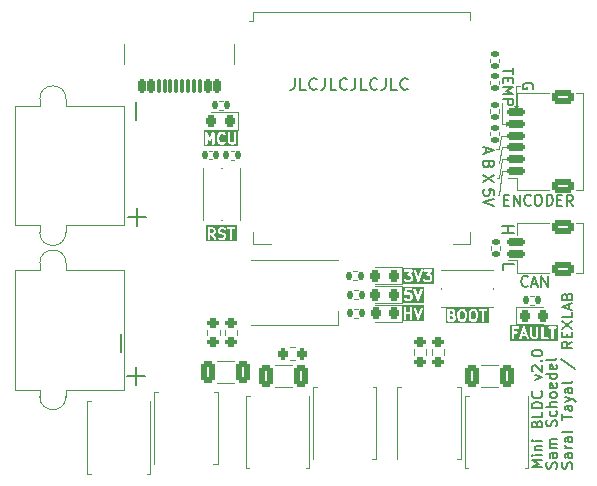
<source format=gto>
%TF.GenerationSoftware,KiCad,Pcbnew,7.0.10*%
%TF.CreationDate,2024-01-26T16:50:50-05:00*%
%TF.ProjectId,MiniBLDC,4d696e69-424c-4444-932e-6b696361645f,rev?*%
%TF.SameCoordinates,Original*%
%TF.FileFunction,Legend,Top*%
%TF.FilePolarity,Positive*%
%FSLAX46Y46*%
G04 Gerber Fmt 4.6, Leading zero omitted, Abs format (unit mm)*
G04 Created by KiCad (PCBNEW 7.0.10) date 2024-01-26 16:50:50*
%MOMM*%
%LPD*%
G01*
G04 APERTURE LIST*
G04 Aperture macros list*
%AMRoundRect*
0 Rectangle with rounded corners*
0 $1 Rounding radius*
0 $2 $3 $4 $5 $6 $7 $8 $9 X,Y pos of 4 corners*
0 Add a 4 corners polygon primitive as box body*
4,1,4,$2,$3,$4,$5,$6,$7,$8,$9,$2,$3,0*
0 Add four circle primitives for the rounded corners*
1,1,$1+$1,$2,$3*
1,1,$1+$1,$4,$5*
1,1,$1+$1,$6,$7*
1,1,$1+$1,$8,$9*
0 Add four rect primitives between the rounded corners*
20,1,$1+$1,$2,$3,$4,$5,0*
20,1,$1+$1,$4,$5,$6,$7,0*
20,1,$1+$1,$6,$7,$8,$9,0*
20,1,$1+$1,$8,$9,$2,$3,0*%
%AMFreePoly0*
4,1,17,2.675000,1.605000,1.875000,1.605000,1.875000,0.935000,2.675000,0.935000,2.675000,0.335000,1.875000,0.335000,1.875000,-0.335000,2.675000,-0.335000,2.675000,-0.935000,1.875000,-0.935000,1.875000,-1.605000,2.675000,-1.605000,2.675000,-2.205000,-1.875000,-2.205000,-1.875000,2.205000,2.675000,2.205000,2.675000,1.605000,2.675000,1.605000,$1*%
G04 Aperture macros list end*
%ADD10C,0.120000*%
%ADD11C,0.150000*%
%ADD12C,0.200000*%
%ADD13RoundRect,0.250000X0.650000X-0.350000X0.650000X0.350000X-0.650000X0.350000X-0.650000X-0.350000X0*%
%ADD14RoundRect,0.150000X0.600000X-0.150000X0.600000X0.150000X-0.600000X0.150000X-0.600000X-0.150000X0*%
%ADD15C,0.600000*%
%ADD16R,3.900000X3.900000*%
%ADD17R,1.500000X0.900000*%
%ADD18R,0.900000X1.500000*%
%ADD19FreePoly0,90.000000*%
%ADD20R,0.500000X0.850000*%
%ADD21RoundRect,0.135000X-0.135000X-0.185000X0.135000X-0.185000X0.135000X0.185000X-0.135000X0.185000X0*%
%ADD22RoundRect,0.250000X-0.325000X-0.650000X0.325000X-0.650000X0.325000X0.650000X-0.325000X0.650000X0*%
%ADD23RoundRect,0.200000X0.275000X-0.200000X0.275000X0.200000X-0.275000X0.200000X-0.275000X-0.200000X0*%
%ADD24RoundRect,0.218750X0.218750X0.256250X-0.218750X0.256250X-0.218750X-0.256250X0.218750X-0.256250X0*%
%ADD25RoundRect,0.135000X-0.185000X0.135000X-0.185000X-0.135000X0.185000X-0.135000X0.185000X0.135000X0*%
%ADD26RoundRect,0.135000X0.135000X0.185000X-0.135000X0.185000X-0.135000X-0.185000X0.135000X-0.185000X0*%
%ADD27R,0.900000X1.000000*%
%ADD28RoundRect,0.200000X-0.200000X-0.275000X0.200000X-0.275000X0.200000X0.275000X-0.200000X0.275000X0*%
%ADD29C,0.800000*%
%ADD30C,5.000000*%
%ADD31C,1.400000*%
%ADD32R,3.500000X3.500000*%
%ADD33C,3.500000*%
%ADD34FreePoly0,270.000000*%
%ADD35C,3.600000*%
%ADD36C,5.600000*%
%ADD37RoundRect,0.200000X-0.275000X0.200000X-0.275000X-0.200000X0.275000X-0.200000X0.275000X0.200000X0*%
%ADD38RoundRect,0.140000X0.140000X0.170000X-0.140000X0.170000X-0.140000X-0.170000X0.140000X-0.170000X0*%
%ADD39RoundRect,0.218750X-0.218750X-0.256250X0.218750X-0.256250X0.218750X0.256250X-0.218750X0.256250X0*%
%ADD40C,0.650000*%
%ADD41RoundRect,0.150000X0.150000X0.425000X-0.150000X0.425000X-0.150000X-0.425000X0.150000X-0.425000X0*%
%ADD42RoundRect,0.075000X0.075000X0.500000X-0.075000X0.500000X-0.075000X-0.500000X0.075000X-0.500000X0*%
%ADD43O,1.000000X2.100000*%
%ADD44O,1.000000X1.800000*%
%ADD45R,1.000000X0.900000*%
%ADD46RoundRect,0.250000X0.325000X0.650000X-0.325000X0.650000X-0.325000X-0.650000X0.325000X-0.650000X0*%
%ADD47RoundRect,0.135000X0.185000X-0.135000X0.185000X0.135000X-0.185000X0.135000X-0.185000X-0.135000X0*%
G04 APERTURE END LIST*
D10*
X172200000Y-109200000D02*
X172000000Y-109200000D01*
X172500000Y-107050000D02*
X172850000Y-107050000D01*
X172800000Y-107200000D02*
X172850000Y-107050000D01*
X172250000Y-113050000D02*
X172100000Y-113050000D01*
X172500000Y-111050000D02*
X172250000Y-113050000D01*
X173680000Y-105650000D02*
X173530000Y-105550000D01*
X172850000Y-111050000D02*
X172500000Y-111050000D01*
X173680000Y-103850000D02*
X173980000Y-103850000D01*
X172400000Y-108050000D02*
X172200000Y-109200000D01*
X173830000Y-105550000D02*
X173680000Y-105650000D01*
X172500000Y-105300000D02*
X172500000Y-107050000D01*
X172450000Y-110050000D02*
X172200000Y-111650000D01*
X173680000Y-103850000D02*
X173680000Y-105650000D01*
X172850000Y-108050000D02*
X172400000Y-108050000D01*
X172200000Y-111650000D02*
X172050000Y-111650000D01*
X172450000Y-109050000D02*
X172200000Y-110350000D01*
X172850000Y-110050000D02*
X172450000Y-110050000D01*
X172850000Y-109050000D02*
X172450000Y-109050000D01*
X172850000Y-107050000D02*
X172800000Y-106900000D01*
D11*
X154922493Y-103169819D02*
X154922493Y-103884104D01*
X154922493Y-103884104D02*
X154874874Y-104026961D01*
X154874874Y-104026961D02*
X154779636Y-104122200D01*
X154779636Y-104122200D02*
X154636779Y-104169819D01*
X154636779Y-104169819D02*
X154541541Y-104169819D01*
X155874874Y-104169819D02*
X155398684Y-104169819D01*
X155398684Y-104169819D02*
X155398684Y-103169819D01*
X156779636Y-104074580D02*
X156732017Y-104122200D01*
X156732017Y-104122200D02*
X156589160Y-104169819D01*
X156589160Y-104169819D02*
X156493922Y-104169819D01*
X156493922Y-104169819D02*
X156351065Y-104122200D01*
X156351065Y-104122200D02*
X156255827Y-104026961D01*
X156255827Y-104026961D02*
X156208208Y-103931723D01*
X156208208Y-103931723D02*
X156160589Y-103741247D01*
X156160589Y-103741247D02*
X156160589Y-103598390D01*
X156160589Y-103598390D02*
X156208208Y-103407914D01*
X156208208Y-103407914D02*
X156255827Y-103312676D01*
X156255827Y-103312676D02*
X156351065Y-103217438D01*
X156351065Y-103217438D02*
X156493922Y-103169819D01*
X156493922Y-103169819D02*
X156589160Y-103169819D01*
X156589160Y-103169819D02*
X156732017Y-103217438D01*
X156732017Y-103217438D02*
X156779636Y-103265057D01*
X157493922Y-103169819D02*
X157493922Y-103884104D01*
X157493922Y-103884104D02*
X157446303Y-104026961D01*
X157446303Y-104026961D02*
X157351065Y-104122200D01*
X157351065Y-104122200D02*
X157208208Y-104169819D01*
X157208208Y-104169819D02*
X157112970Y-104169819D01*
X158446303Y-104169819D02*
X157970113Y-104169819D01*
X157970113Y-104169819D02*
X157970113Y-103169819D01*
X159351065Y-104074580D02*
X159303446Y-104122200D01*
X159303446Y-104122200D02*
X159160589Y-104169819D01*
X159160589Y-104169819D02*
X159065351Y-104169819D01*
X159065351Y-104169819D02*
X158922494Y-104122200D01*
X158922494Y-104122200D02*
X158827256Y-104026961D01*
X158827256Y-104026961D02*
X158779637Y-103931723D01*
X158779637Y-103931723D02*
X158732018Y-103741247D01*
X158732018Y-103741247D02*
X158732018Y-103598390D01*
X158732018Y-103598390D02*
X158779637Y-103407914D01*
X158779637Y-103407914D02*
X158827256Y-103312676D01*
X158827256Y-103312676D02*
X158922494Y-103217438D01*
X158922494Y-103217438D02*
X159065351Y-103169819D01*
X159065351Y-103169819D02*
X159160589Y-103169819D01*
X159160589Y-103169819D02*
X159303446Y-103217438D01*
X159303446Y-103217438D02*
X159351065Y-103265057D01*
X160065351Y-103169819D02*
X160065351Y-103884104D01*
X160065351Y-103884104D02*
X160017732Y-104026961D01*
X160017732Y-104026961D02*
X159922494Y-104122200D01*
X159922494Y-104122200D02*
X159779637Y-104169819D01*
X159779637Y-104169819D02*
X159684399Y-104169819D01*
X161017732Y-104169819D02*
X160541542Y-104169819D01*
X160541542Y-104169819D02*
X160541542Y-103169819D01*
X161922494Y-104074580D02*
X161874875Y-104122200D01*
X161874875Y-104122200D02*
X161732018Y-104169819D01*
X161732018Y-104169819D02*
X161636780Y-104169819D01*
X161636780Y-104169819D02*
X161493923Y-104122200D01*
X161493923Y-104122200D02*
X161398685Y-104026961D01*
X161398685Y-104026961D02*
X161351066Y-103931723D01*
X161351066Y-103931723D02*
X161303447Y-103741247D01*
X161303447Y-103741247D02*
X161303447Y-103598390D01*
X161303447Y-103598390D02*
X161351066Y-103407914D01*
X161351066Y-103407914D02*
X161398685Y-103312676D01*
X161398685Y-103312676D02*
X161493923Y-103217438D01*
X161493923Y-103217438D02*
X161636780Y-103169819D01*
X161636780Y-103169819D02*
X161732018Y-103169819D01*
X161732018Y-103169819D02*
X161874875Y-103217438D01*
X161874875Y-103217438D02*
X161922494Y-103265057D01*
X162636780Y-103169819D02*
X162636780Y-103884104D01*
X162636780Y-103884104D02*
X162589161Y-104026961D01*
X162589161Y-104026961D02*
X162493923Y-104122200D01*
X162493923Y-104122200D02*
X162351066Y-104169819D01*
X162351066Y-104169819D02*
X162255828Y-104169819D01*
X163589161Y-104169819D02*
X163112971Y-104169819D01*
X163112971Y-104169819D02*
X163112971Y-103169819D01*
X164493923Y-104074580D02*
X164446304Y-104122200D01*
X164446304Y-104122200D02*
X164303447Y-104169819D01*
X164303447Y-104169819D02*
X164208209Y-104169819D01*
X164208209Y-104169819D02*
X164065352Y-104122200D01*
X164065352Y-104122200D02*
X163970114Y-104026961D01*
X163970114Y-104026961D02*
X163922495Y-103931723D01*
X163922495Y-103931723D02*
X163874876Y-103741247D01*
X163874876Y-103741247D02*
X163874876Y-103598390D01*
X163874876Y-103598390D02*
X163922495Y-103407914D01*
X163922495Y-103407914D02*
X163970114Y-103312676D01*
X163970114Y-103312676D02*
X164065352Y-103217438D01*
X164065352Y-103217438D02*
X164208209Y-103169819D01*
X164208209Y-103169819D02*
X164303447Y-103169819D01*
X164303447Y-103169819D02*
X164446304Y-103217438D01*
X164446304Y-103217438D02*
X164493923Y-103265057D01*
D12*
X171127685Y-109053006D02*
X171127685Y-109481578D01*
X170870542Y-108967292D02*
X171770542Y-109267292D01*
X171770542Y-109267292D02*
X170870542Y-109567292D01*
D11*
X177489200Y-126994173D02*
X178646342Y-127765601D01*
X178432057Y-125494173D02*
X178003485Y-125794173D01*
X178432057Y-126008459D02*
X177532057Y-126008459D01*
X177532057Y-126008459D02*
X177532057Y-125665602D01*
X177532057Y-125665602D02*
X177574914Y-125579887D01*
X177574914Y-125579887D02*
X177617771Y-125537030D01*
X177617771Y-125537030D02*
X177703485Y-125494173D01*
X177703485Y-125494173D02*
X177832057Y-125494173D01*
X177832057Y-125494173D02*
X177917771Y-125537030D01*
X177917771Y-125537030D02*
X177960628Y-125579887D01*
X177960628Y-125579887D02*
X178003485Y-125665602D01*
X178003485Y-125665602D02*
X178003485Y-126008459D01*
X177960628Y-125108459D02*
X177960628Y-124808459D01*
X178432057Y-124679887D02*
X178432057Y-125108459D01*
X178432057Y-125108459D02*
X177532057Y-125108459D01*
X177532057Y-125108459D02*
X177532057Y-124679887D01*
X177532057Y-124379887D02*
X178432057Y-123779887D01*
X177532057Y-123779887D02*
X178432057Y-124379887D01*
X178432057Y-123008458D02*
X178432057Y-123437030D01*
X178432057Y-123437030D02*
X177532057Y-123437030D01*
X178174914Y-122751316D02*
X178174914Y-122322745D01*
X178432057Y-122837030D02*
X177532057Y-122537030D01*
X177532057Y-122537030D02*
X178432057Y-122237030D01*
X177960628Y-121637030D02*
X178003485Y-121508458D01*
X178003485Y-121508458D02*
X178046342Y-121465601D01*
X178046342Y-121465601D02*
X178132057Y-121422744D01*
X178132057Y-121422744D02*
X178260628Y-121422744D01*
X178260628Y-121422744D02*
X178346342Y-121465601D01*
X178346342Y-121465601D02*
X178389200Y-121508458D01*
X178389200Y-121508458D02*
X178432057Y-121594173D01*
X178432057Y-121594173D02*
X178432057Y-121937030D01*
X178432057Y-121937030D02*
X177532057Y-121937030D01*
X177532057Y-121937030D02*
X177532057Y-121637030D01*
X177532057Y-121637030D02*
X177574914Y-121551316D01*
X177574914Y-121551316D02*
X177617771Y-121508458D01*
X177617771Y-121508458D02*
X177703485Y-121465601D01*
X177703485Y-121465601D02*
X177789200Y-121465601D01*
X177789200Y-121465601D02*
X177874914Y-121508458D01*
X177874914Y-121508458D02*
X177917771Y-121551316D01*
X177917771Y-121551316D02*
X177960628Y-121637030D01*
X177960628Y-121637030D02*
X177960628Y-121937030D01*
D12*
X172532780Y-119395863D02*
X172532780Y-118919673D01*
X172532780Y-118919673D02*
X173532780Y-118919673D01*
X171341971Y-110495863D02*
X171299114Y-110624435D01*
X171299114Y-110624435D02*
X171256257Y-110667292D01*
X171256257Y-110667292D02*
X171170542Y-110710149D01*
X171170542Y-110710149D02*
X171041971Y-110710149D01*
X171041971Y-110710149D02*
X170956257Y-110667292D01*
X170956257Y-110667292D02*
X170913400Y-110624435D01*
X170913400Y-110624435D02*
X170870542Y-110538720D01*
X170870542Y-110538720D02*
X170870542Y-110195863D01*
X170870542Y-110195863D02*
X171770542Y-110195863D01*
X171770542Y-110195863D02*
X171770542Y-110495863D01*
X171770542Y-110495863D02*
X171727685Y-110581578D01*
X171727685Y-110581578D02*
X171684828Y-110624435D01*
X171684828Y-110624435D02*
X171599114Y-110667292D01*
X171599114Y-110667292D02*
X171513400Y-110667292D01*
X171513400Y-110667292D02*
X171427685Y-110624435D01*
X171427685Y-110624435D02*
X171384828Y-110581578D01*
X171384828Y-110581578D02*
X171341971Y-110495863D01*
X171341971Y-110495863D02*
X171341971Y-110195863D01*
G36*
X174424265Y-124822314D02*
G01*
X174273178Y-124822314D01*
X174348721Y-124595683D01*
X174424265Y-124822314D01*
G37*
G36*
X177229541Y-125408028D02*
G01*
X173177292Y-125408028D01*
X173177292Y-125179457D01*
X173305863Y-125179457D01*
X173324961Y-125238236D01*
X173374961Y-125274563D01*
X173436765Y-125274563D01*
X173486765Y-125238236D01*
X173496057Y-125209636D01*
X173953383Y-125209636D01*
X173989330Y-125259910D01*
X174047962Y-125279455D01*
X174106884Y-125260803D01*
X174143589Y-125211080D01*
X174206511Y-125022314D01*
X174490931Y-125022314D01*
X174553853Y-125211079D01*
X174590558Y-125260803D01*
X174649480Y-125279454D01*
X174708112Y-125259910D01*
X174744059Y-125209636D01*
X174743589Y-125147834D01*
X174696987Y-125008028D01*
X174848721Y-125008028D01*
X174855844Y-125029951D01*
X174859278Y-125052749D01*
X174902135Y-125138463D01*
X174913508Y-125150010D01*
X174920867Y-125164453D01*
X174963725Y-125207310D01*
X174978166Y-125214668D01*
X174989715Y-125226043D01*
X175075428Y-125268900D01*
X175098226Y-125272333D01*
X175120150Y-125279457D01*
X175291578Y-125279457D01*
X175313501Y-125272333D01*
X175336299Y-125268900D01*
X175422014Y-125226043D01*
X175433562Y-125214668D01*
X175448005Y-125207310D01*
X175475857Y-125179457D01*
X175791578Y-125179457D01*
X175796472Y-125194519D01*
X175796472Y-125210359D01*
X175805781Y-125223172D01*
X175810676Y-125238236D01*
X175823489Y-125247545D01*
X175832799Y-125260359D01*
X175847862Y-125265253D01*
X175860676Y-125274563D01*
X175876515Y-125274563D01*
X175891578Y-125279457D01*
X176320150Y-125279457D01*
X176378929Y-125260359D01*
X176415256Y-125210359D01*
X176415256Y-125148555D01*
X176378929Y-125098555D01*
X176320150Y-125079457D01*
X175991578Y-125079457D01*
X175991578Y-124310359D01*
X176396472Y-124310359D01*
X176432799Y-124360359D01*
X176491578Y-124379457D01*
X176648721Y-124379457D01*
X176648721Y-125179457D01*
X176667819Y-125238236D01*
X176717819Y-125274563D01*
X176779623Y-125274563D01*
X176829623Y-125238236D01*
X176848721Y-125179457D01*
X176848721Y-124379457D01*
X177005864Y-124379457D01*
X177064643Y-124360359D01*
X177100970Y-124310359D01*
X177100970Y-124248555D01*
X177064643Y-124198555D01*
X177005864Y-124179457D01*
X176491578Y-124179457D01*
X176432799Y-124198555D01*
X176396472Y-124248555D01*
X176396472Y-124310359D01*
X175991578Y-124310359D01*
X175991578Y-124279457D01*
X175972480Y-124220678D01*
X175922480Y-124184351D01*
X175860676Y-124184351D01*
X175810676Y-124220678D01*
X175791578Y-124279457D01*
X175791578Y-125179457D01*
X175475857Y-125179457D01*
X175490862Y-125164452D01*
X175498220Y-125150009D01*
X175509593Y-125138463D01*
X175552450Y-125052750D01*
X175555883Y-125029951D01*
X175563007Y-125008028D01*
X175563007Y-124279457D01*
X175543909Y-124220678D01*
X175493909Y-124184351D01*
X175432105Y-124184351D01*
X175382105Y-124220678D01*
X175363007Y-124279457D01*
X175363007Y-124984421D01*
X175337964Y-125034507D01*
X175318056Y-125054414D01*
X175267971Y-125079457D01*
X175143757Y-125079457D01*
X175093671Y-125054414D01*
X175073764Y-125034506D01*
X175048721Y-124984420D01*
X175048721Y-124279457D01*
X175029623Y-124220678D01*
X174979623Y-124184351D01*
X174917819Y-124184351D01*
X174867819Y-124220678D01*
X174848721Y-124279457D01*
X174848721Y-125008028D01*
X174696987Y-125008028D01*
X174443589Y-124247834D01*
X174425666Y-124223555D01*
X174408112Y-124199004D01*
X174407357Y-124198752D01*
X174406884Y-124198111D01*
X174378058Y-124188986D01*
X174349480Y-124179460D01*
X174348722Y-124179699D01*
X174347962Y-124179459D01*
X174319323Y-124189005D01*
X174290558Y-124198111D01*
X174290084Y-124198752D01*
X174289330Y-124199004D01*
X174271763Y-124223571D01*
X174253853Y-124247835D01*
X173953853Y-125147834D01*
X173953383Y-125209636D01*
X173496057Y-125209636D01*
X173505863Y-125179457D01*
X173505863Y-124808028D01*
X173705863Y-124808028D01*
X173764642Y-124788930D01*
X173800969Y-124738930D01*
X173800969Y-124677126D01*
X173764642Y-124627126D01*
X173705863Y-124608028D01*
X173505863Y-124608028D01*
X173505863Y-124379457D01*
X173834435Y-124379457D01*
X173893214Y-124360359D01*
X173929541Y-124310359D01*
X173929541Y-124248555D01*
X173893214Y-124198555D01*
X173834435Y-124179457D01*
X173405863Y-124179457D01*
X173390800Y-124184351D01*
X173374961Y-124184351D01*
X173362147Y-124193660D01*
X173347084Y-124198555D01*
X173337774Y-124211368D01*
X173324961Y-124220678D01*
X173320066Y-124235741D01*
X173310757Y-124248555D01*
X173310757Y-124264394D01*
X173305863Y-124279457D01*
X173305863Y-125179457D01*
X173177292Y-125179457D01*
X173177292Y-124050886D01*
X177229541Y-124050886D01*
X177229541Y-125408028D01*
G37*
D11*
X178389200Y-136229887D02*
X178432057Y-136101316D01*
X178432057Y-136101316D02*
X178432057Y-135887030D01*
X178432057Y-135887030D02*
X178389200Y-135801316D01*
X178389200Y-135801316D02*
X178346342Y-135758458D01*
X178346342Y-135758458D02*
X178260628Y-135715601D01*
X178260628Y-135715601D02*
X178174914Y-135715601D01*
X178174914Y-135715601D02*
X178089200Y-135758458D01*
X178089200Y-135758458D02*
X178046342Y-135801316D01*
X178046342Y-135801316D02*
X178003485Y-135887030D01*
X178003485Y-135887030D02*
X177960628Y-136058458D01*
X177960628Y-136058458D02*
X177917771Y-136144173D01*
X177917771Y-136144173D02*
X177874914Y-136187030D01*
X177874914Y-136187030D02*
X177789200Y-136229887D01*
X177789200Y-136229887D02*
X177703485Y-136229887D01*
X177703485Y-136229887D02*
X177617771Y-136187030D01*
X177617771Y-136187030D02*
X177574914Y-136144173D01*
X177574914Y-136144173D02*
X177532057Y-136058458D01*
X177532057Y-136058458D02*
X177532057Y-135844173D01*
X177532057Y-135844173D02*
X177574914Y-135715601D01*
X178432057Y-134944173D02*
X177960628Y-134944173D01*
X177960628Y-134944173D02*
X177874914Y-134987030D01*
X177874914Y-134987030D02*
X177832057Y-135072744D01*
X177832057Y-135072744D02*
X177832057Y-135244173D01*
X177832057Y-135244173D02*
X177874914Y-135329887D01*
X178389200Y-134944173D02*
X178432057Y-135029887D01*
X178432057Y-135029887D02*
X178432057Y-135244173D01*
X178432057Y-135244173D02*
X178389200Y-135329887D01*
X178389200Y-135329887D02*
X178303485Y-135372744D01*
X178303485Y-135372744D02*
X178217771Y-135372744D01*
X178217771Y-135372744D02*
X178132057Y-135329887D01*
X178132057Y-135329887D02*
X178089200Y-135244173D01*
X178089200Y-135244173D02*
X178089200Y-135029887D01*
X178089200Y-135029887D02*
X178046342Y-134944173D01*
X178432057Y-134515601D02*
X177832057Y-134515601D01*
X178003485Y-134515601D02*
X177917771Y-134472744D01*
X177917771Y-134472744D02*
X177874914Y-134429887D01*
X177874914Y-134429887D02*
X177832057Y-134344172D01*
X177832057Y-134344172D02*
X177832057Y-134258458D01*
X178432057Y-133572744D02*
X177960628Y-133572744D01*
X177960628Y-133572744D02*
X177874914Y-133615601D01*
X177874914Y-133615601D02*
X177832057Y-133701315D01*
X177832057Y-133701315D02*
X177832057Y-133872744D01*
X177832057Y-133872744D02*
X177874914Y-133958458D01*
X178389200Y-133572744D02*
X178432057Y-133658458D01*
X178432057Y-133658458D02*
X178432057Y-133872744D01*
X178432057Y-133872744D02*
X178389200Y-133958458D01*
X178389200Y-133958458D02*
X178303485Y-134001315D01*
X178303485Y-134001315D02*
X178217771Y-134001315D01*
X178217771Y-134001315D02*
X178132057Y-133958458D01*
X178132057Y-133958458D02*
X178089200Y-133872744D01*
X178089200Y-133872744D02*
X178089200Y-133658458D01*
X178089200Y-133658458D02*
X178046342Y-133572744D01*
X178432057Y-133015600D02*
X178389200Y-133101315D01*
X178389200Y-133101315D02*
X178303485Y-133144172D01*
X178303485Y-133144172D02*
X177532057Y-133144172D01*
X177532057Y-132115600D02*
X177532057Y-131601315D01*
X178432057Y-131858457D02*
X177532057Y-131858457D01*
X178432057Y-130915601D02*
X177960628Y-130915601D01*
X177960628Y-130915601D02*
X177874914Y-130958458D01*
X177874914Y-130958458D02*
X177832057Y-131044172D01*
X177832057Y-131044172D02*
X177832057Y-131215601D01*
X177832057Y-131215601D02*
X177874914Y-131301315D01*
X178389200Y-130915601D02*
X178432057Y-131001315D01*
X178432057Y-131001315D02*
X178432057Y-131215601D01*
X178432057Y-131215601D02*
X178389200Y-131301315D01*
X178389200Y-131301315D02*
X178303485Y-131344172D01*
X178303485Y-131344172D02*
X178217771Y-131344172D01*
X178217771Y-131344172D02*
X178132057Y-131301315D01*
X178132057Y-131301315D02*
X178089200Y-131215601D01*
X178089200Y-131215601D02*
X178089200Y-131001315D01*
X178089200Y-131001315D02*
X178046342Y-130915601D01*
X177832057Y-130572743D02*
X178432057Y-130358457D01*
X177832057Y-130144172D02*
X178432057Y-130358457D01*
X178432057Y-130358457D02*
X178646342Y-130444172D01*
X178646342Y-130444172D02*
X178689200Y-130487029D01*
X178689200Y-130487029D02*
X178732057Y-130572743D01*
X178432057Y-129415601D02*
X177960628Y-129415601D01*
X177960628Y-129415601D02*
X177874914Y-129458458D01*
X177874914Y-129458458D02*
X177832057Y-129544172D01*
X177832057Y-129544172D02*
X177832057Y-129715601D01*
X177832057Y-129715601D02*
X177874914Y-129801315D01*
X178389200Y-129415601D02*
X178432057Y-129501315D01*
X178432057Y-129501315D02*
X178432057Y-129715601D01*
X178432057Y-129715601D02*
X178389200Y-129801315D01*
X178389200Y-129801315D02*
X178303485Y-129844172D01*
X178303485Y-129844172D02*
X178217771Y-129844172D01*
X178217771Y-129844172D02*
X178132057Y-129801315D01*
X178132057Y-129801315D02*
X178089200Y-129715601D01*
X178089200Y-129715601D02*
X178089200Y-129501315D01*
X178089200Y-129501315D02*
X178046342Y-129415601D01*
X178432057Y-128858457D02*
X178389200Y-128944172D01*
X178389200Y-128944172D02*
X178303485Y-128987029D01*
X178303485Y-128987029D02*
X177532057Y-128987029D01*
X141485533Y-106725125D02*
X141485533Y-105201316D01*
D12*
G36*
X168320416Y-123363288D02*
G01*
X168335106Y-123377978D01*
X168360149Y-123428063D01*
X168360149Y-123509421D01*
X168335106Y-123559507D01*
X168315198Y-123579414D01*
X168265113Y-123604457D01*
X168045863Y-123604457D01*
X168045863Y-123333028D01*
X168229636Y-123333028D01*
X168320416Y-123363288D01*
G37*
G36*
X168272341Y-122929499D02*
G01*
X168292250Y-122949408D01*
X168317292Y-122999492D01*
X168317292Y-123037993D01*
X168292250Y-123088077D01*
X168272341Y-123107985D01*
X168222256Y-123133028D01*
X168045863Y-123133028D01*
X168045863Y-122904457D01*
X168222256Y-122904457D01*
X168272341Y-122929499D01*
G37*
G36*
X169215198Y-122929499D02*
G01*
X169269853Y-122984154D01*
X169303006Y-123116766D01*
X169303006Y-123392147D01*
X169269852Y-123524759D01*
X169215199Y-123579414D01*
X169165113Y-123604457D01*
X169040899Y-123604457D01*
X168990813Y-123579414D01*
X168936159Y-123524759D01*
X168903006Y-123392147D01*
X168903006Y-123116765D01*
X168936158Y-122984153D01*
X168990814Y-122929499D01*
X169040899Y-122904457D01*
X169165113Y-122904457D01*
X169215198Y-122929499D01*
G37*
G36*
X170158055Y-122929499D02*
G01*
X170212710Y-122984154D01*
X170245863Y-123116766D01*
X170245863Y-123392147D01*
X170212709Y-123524759D01*
X170158056Y-123579414D01*
X170107970Y-123604457D01*
X169983756Y-123604457D01*
X169933670Y-123579414D01*
X169879016Y-123524759D01*
X169845863Y-123392147D01*
X169845863Y-123116765D01*
X169879015Y-122984153D01*
X169933671Y-122929499D01*
X169983756Y-122904457D01*
X170107970Y-122904457D01*
X170158055Y-122929499D01*
G37*
G36*
X171340969Y-123933028D02*
G01*
X167717292Y-123933028D01*
X167717292Y-123704457D01*
X167845863Y-123704457D01*
X167850757Y-123719519D01*
X167850757Y-123735359D01*
X167860066Y-123748172D01*
X167864961Y-123763236D01*
X167877774Y-123772545D01*
X167887084Y-123785359D01*
X167902147Y-123790253D01*
X167914961Y-123799563D01*
X167930800Y-123799563D01*
X167945863Y-123804457D01*
X168288720Y-123804457D01*
X168310643Y-123797333D01*
X168333441Y-123793900D01*
X168419156Y-123751043D01*
X168430704Y-123739668D01*
X168445147Y-123732310D01*
X168488004Y-123689452D01*
X168495362Y-123675009D01*
X168506735Y-123663463D01*
X168549592Y-123577750D01*
X168553025Y-123554951D01*
X168560149Y-123533028D01*
X168560149Y-123404457D01*
X168703006Y-123404457D01*
X168706852Y-123416294D01*
X168705992Y-123428711D01*
X168748849Y-123600139D01*
X168763021Y-123622787D01*
X168775152Y-123646596D01*
X168860867Y-123732310D01*
X168875308Y-123739668D01*
X168886857Y-123751043D01*
X168972570Y-123793900D01*
X168995368Y-123797333D01*
X169017292Y-123804457D01*
X169188720Y-123804457D01*
X169210643Y-123797333D01*
X169233441Y-123793900D01*
X169319156Y-123751043D01*
X169330705Y-123739668D01*
X169345146Y-123732310D01*
X169430860Y-123646595D01*
X169442990Y-123622788D01*
X169457163Y-123600139D01*
X169500020Y-123428711D01*
X169499159Y-123416294D01*
X169503006Y-123404457D01*
X169645863Y-123404457D01*
X169649709Y-123416294D01*
X169648849Y-123428711D01*
X169691706Y-123600139D01*
X169705878Y-123622787D01*
X169718009Y-123646596D01*
X169803724Y-123732310D01*
X169818165Y-123739668D01*
X169829714Y-123751043D01*
X169915427Y-123793900D01*
X169938225Y-123797333D01*
X169960149Y-123804457D01*
X170131577Y-123804457D01*
X170153500Y-123797333D01*
X170176298Y-123793900D01*
X170262013Y-123751043D01*
X170273562Y-123739668D01*
X170288003Y-123732310D01*
X170373717Y-123646595D01*
X170385847Y-123622788D01*
X170400020Y-123600139D01*
X170442877Y-123428711D01*
X170442016Y-123416294D01*
X170445863Y-123404457D01*
X170445863Y-123104457D01*
X170442016Y-123092619D01*
X170442877Y-123080204D01*
X170400020Y-122908775D01*
X170385847Y-122886124D01*
X170373717Y-122862317D01*
X170346759Y-122835359D01*
X170507900Y-122835359D01*
X170544227Y-122885359D01*
X170603006Y-122904457D01*
X170760149Y-122904457D01*
X170760149Y-123704457D01*
X170779247Y-123763236D01*
X170829247Y-123799563D01*
X170891051Y-123799563D01*
X170941051Y-123763236D01*
X170960149Y-123704457D01*
X170960149Y-122904457D01*
X171117292Y-122904457D01*
X171176071Y-122885359D01*
X171212398Y-122835359D01*
X171212398Y-122773555D01*
X171176071Y-122723555D01*
X171117292Y-122704457D01*
X170603006Y-122704457D01*
X170544227Y-122723555D01*
X170507900Y-122773555D01*
X170507900Y-122835359D01*
X170346759Y-122835359D01*
X170288003Y-122776603D01*
X170273560Y-122769244D01*
X170262013Y-122757871D01*
X170176298Y-122715014D01*
X170153500Y-122711580D01*
X170131577Y-122704457D01*
X169960149Y-122704457D01*
X169938225Y-122711580D01*
X169915427Y-122715014D01*
X169829714Y-122757871D01*
X169818166Y-122769244D01*
X169803725Y-122776603D01*
X169718010Y-122862317D01*
X169705882Y-122886118D01*
X169691706Y-122908774D01*
X169648849Y-123080204D01*
X169649709Y-123092619D01*
X169645863Y-123104457D01*
X169645863Y-123404457D01*
X169503006Y-123404457D01*
X169503006Y-123104457D01*
X169499159Y-123092619D01*
X169500020Y-123080204D01*
X169457163Y-122908775D01*
X169442990Y-122886124D01*
X169430860Y-122862317D01*
X169345146Y-122776603D01*
X169330703Y-122769244D01*
X169319156Y-122757871D01*
X169233441Y-122715014D01*
X169210643Y-122711580D01*
X169188720Y-122704457D01*
X169017292Y-122704457D01*
X168995368Y-122711580D01*
X168972570Y-122715014D01*
X168886857Y-122757871D01*
X168875309Y-122769244D01*
X168860868Y-122776603D01*
X168775153Y-122862317D01*
X168763025Y-122886118D01*
X168748849Y-122908774D01*
X168705992Y-123080204D01*
X168706852Y-123092619D01*
X168703006Y-123104457D01*
X168703006Y-123404457D01*
X168560149Y-123404457D01*
X168553025Y-123382533D01*
X168549592Y-123359736D01*
X168506735Y-123274021D01*
X168495361Y-123262473D01*
X168488003Y-123248031D01*
X168449483Y-123209511D01*
X168452504Y-123203582D01*
X168463878Y-123192035D01*
X168506735Y-123106322D01*
X168510168Y-123083523D01*
X168517292Y-123061600D01*
X168517292Y-122975885D01*
X168510168Y-122953961D01*
X168506735Y-122931163D01*
X168463878Y-122845450D01*
X168452504Y-122833902D01*
X168445146Y-122819460D01*
X168402289Y-122776603D01*
X168387846Y-122769244D01*
X168376299Y-122757871D01*
X168290584Y-122715014D01*
X168267786Y-122711580D01*
X168245863Y-122704457D01*
X167945863Y-122704457D01*
X167930800Y-122709351D01*
X167914961Y-122709351D01*
X167902147Y-122718660D01*
X167887084Y-122723555D01*
X167877774Y-122736368D01*
X167864961Y-122745678D01*
X167860066Y-122760741D01*
X167850757Y-122773555D01*
X167850757Y-122789394D01*
X167845863Y-122804457D01*
X167845863Y-123704457D01*
X167717292Y-123704457D01*
X167717292Y-122575886D01*
X171340969Y-122575886D01*
X171340969Y-123933028D01*
G37*
X175077685Y-104067292D02*
X175120542Y-103981578D01*
X175120542Y-103981578D02*
X175120542Y-103853006D01*
X175120542Y-103853006D02*
X175077685Y-103724435D01*
X175077685Y-103724435D02*
X174991971Y-103638720D01*
X174991971Y-103638720D02*
X174906257Y-103595863D01*
X174906257Y-103595863D02*
X174734828Y-103553006D01*
X174734828Y-103553006D02*
X174606257Y-103553006D01*
X174606257Y-103553006D02*
X174434828Y-103595863D01*
X174434828Y-103595863D02*
X174349114Y-103638720D01*
X174349114Y-103638720D02*
X174263400Y-103724435D01*
X174263400Y-103724435D02*
X174220542Y-103853006D01*
X174220542Y-103853006D02*
X174220542Y-103938720D01*
X174220542Y-103938720D02*
X174263400Y-104067292D01*
X174263400Y-104067292D02*
X174306257Y-104110149D01*
X174306257Y-104110149D02*
X174606257Y-104110149D01*
X174606257Y-104110149D02*
X174606257Y-103938720D01*
D11*
X175882057Y-136137030D02*
X174982057Y-136137030D01*
X174982057Y-136137030D02*
X175624914Y-135837030D01*
X175624914Y-135837030D02*
X174982057Y-135537030D01*
X174982057Y-135537030D02*
X175882057Y-135537030D01*
X175882057Y-135108459D02*
X175282057Y-135108459D01*
X174982057Y-135108459D02*
X175024914Y-135151316D01*
X175024914Y-135151316D02*
X175067771Y-135108459D01*
X175067771Y-135108459D02*
X175024914Y-135065602D01*
X175024914Y-135065602D02*
X174982057Y-135108459D01*
X174982057Y-135108459D02*
X175067771Y-135108459D01*
X175282057Y-134679888D02*
X175882057Y-134679888D01*
X175367771Y-134679888D02*
X175324914Y-134637031D01*
X175324914Y-134637031D02*
X175282057Y-134551316D01*
X175282057Y-134551316D02*
X175282057Y-134422745D01*
X175282057Y-134422745D02*
X175324914Y-134337031D01*
X175324914Y-134337031D02*
X175410628Y-134294174D01*
X175410628Y-134294174D02*
X175882057Y-134294174D01*
X175882057Y-133865602D02*
X175282057Y-133865602D01*
X174982057Y-133865602D02*
X175024914Y-133908459D01*
X175024914Y-133908459D02*
X175067771Y-133865602D01*
X175067771Y-133865602D02*
X175024914Y-133822745D01*
X175024914Y-133822745D02*
X174982057Y-133865602D01*
X174982057Y-133865602D02*
X175067771Y-133865602D01*
X175410628Y-132451317D02*
X175453485Y-132322745D01*
X175453485Y-132322745D02*
X175496342Y-132279888D01*
X175496342Y-132279888D02*
X175582057Y-132237031D01*
X175582057Y-132237031D02*
X175710628Y-132237031D01*
X175710628Y-132237031D02*
X175796342Y-132279888D01*
X175796342Y-132279888D02*
X175839200Y-132322745D01*
X175839200Y-132322745D02*
X175882057Y-132408460D01*
X175882057Y-132408460D02*
X175882057Y-132751317D01*
X175882057Y-132751317D02*
X174982057Y-132751317D01*
X174982057Y-132751317D02*
X174982057Y-132451317D01*
X174982057Y-132451317D02*
X175024914Y-132365603D01*
X175024914Y-132365603D02*
X175067771Y-132322745D01*
X175067771Y-132322745D02*
X175153485Y-132279888D01*
X175153485Y-132279888D02*
X175239200Y-132279888D01*
X175239200Y-132279888D02*
X175324914Y-132322745D01*
X175324914Y-132322745D02*
X175367771Y-132365603D01*
X175367771Y-132365603D02*
X175410628Y-132451317D01*
X175410628Y-132451317D02*
X175410628Y-132751317D01*
X175882057Y-131422745D02*
X175882057Y-131851317D01*
X175882057Y-131851317D02*
X174982057Y-131851317D01*
X175882057Y-131122746D02*
X174982057Y-131122746D01*
X174982057Y-131122746D02*
X174982057Y-130908460D01*
X174982057Y-130908460D02*
X175024914Y-130779889D01*
X175024914Y-130779889D02*
X175110628Y-130694174D01*
X175110628Y-130694174D02*
X175196342Y-130651317D01*
X175196342Y-130651317D02*
X175367771Y-130608460D01*
X175367771Y-130608460D02*
X175496342Y-130608460D01*
X175496342Y-130608460D02*
X175667771Y-130651317D01*
X175667771Y-130651317D02*
X175753485Y-130694174D01*
X175753485Y-130694174D02*
X175839200Y-130779889D01*
X175839200Y-130779889D02*
X175882057Y-130908460D01*
X175882057Y-130908460D02*
X175882057Y-131122746D01*
X175796342Y-129708460D02*
X175839200Y-129751317D01*
X175839200Y-129751317D02*
X175882057Y-129879889D01*
X175882057Y-129879889D02*
X175882057Y-129965603D01*
X175882057Y-129965603D02*
X175839200Y-130094174D01*
X175839200Y-130094174D02*
X175753485Y-130179889D01*
X175753485Y-130179889D02*
X175667771Y-130222746D01*
X175667771Y-130222746D02*
X175496342Y-130265603D01*
X175496342Y-130265603D02*
X175367771Y-130265603D01*
X175367771Y-130265603D02*
X175196342Y-130222746D01*
X175196342Y-130222746D02*
X175110628Y-130179889D01*
X175110628Y-130179889D02*
X175024914Y-130094174D01*
X175024914Y-130094174D02*
X174982057Y-129965603D01*
X174982057Y-129965603D02*
X174982057Y-129879889D01*
X174982057Y-129879889D02*
X175024914Y-129751317D01*
X175024914Y-129751317D02*
X175067771Y-129708460D01*
X175282057Y-128722746D02*
X175882057Y-128508460D01*
X175882057Y-128508460D02*
X175282057Y-128294175D01*
X175067771Y-127994175D02*
X175024914Y-127951318D01*
X175024914Y-127951318D02*
X174982057Y-127865604D01*
X174982057Y-127865604D02*
X174982057Y-127651318D01*
X174982057Y-127651318D02*
X175024914Y-127565604D01*
X175024914Y-127565604D02*
X175067771Y-127522746D01*
X175067771Y-127522746D02*
X175153485Y-127479889D01*
X175153485Y-127479889D02*
X175239200Y-127479889D01*
X175239200Y-127479889D02*
X175367771Y-127522746D01*
X175367771Y-127522746D02*
X175882057Y-128037032D01*
X175882057Y-128037032D02*
X175882057Y-127479889D01*
X175796342Y-127094175D02*
X175839200Y-127051318D01*
X175839200Y-127051318D02*
X175882057Y-127094175D01*
X175882057Y-127094175D02*
X175839200Y-127137032D01*
X175839200Y-127137032D02*
X175796342Y-127094175D01*
X175796342Y-127094175D02*
X175882057Y-127094175D01*
X174982057Y-126494175D02*
X174982057Y-126408461D01*
X174982057Y-126408461D02*
X175024914Y-126322747D01*
X175024914Y-126322747D02*
X175067771Y-126279890D01*
X175067771Y-126279890D02*
X175153485Y-126237032D01*
X175153485Y-126237032D02*
X175324914Y-126194175D01*
X175324914Y-126194175D02*
X175539200Y-126194175D01*
X175539200Y-126194175D02*
X175710628Y-126237032D01*
X175710628Y-126237032D02*
X175796342Y-126279890D01*
X175796342Y-126279890D02*
X175839200Y-126322747D01*
X175839200Y-126322747D02*
X175882057Y-126408461D01*
X175882057Y-126408461D02*
X175882057Y-126494175D01*
X175882057Y-126494175D02*
X175839200Y-126579890D01*
X175839200Y-126579890D02*
X175796342Y-126622747D01*
X175796342Y-126622747D02*
X175710628Y-126665604D01*
X175710628Y-126665604D02*
X175539200Y-126708461D01*
X175539200Y-126708461D02*
X175324914Y-126708461D01*
X175324914Y-126708461D02*
X175153485Y-126665604D01*
X175153485Y-126665604D02*
X175067771Y-126622747D01*
X175067771Y-126622747D02*
X175024914Y-126579890D01*
X175024914Y-126579890D02*
X174982057Y-126494175D01*
D12*
X173517219Y-116280326D02*
X172517219Y-116280326D01*
X172993409Y-116280326D02*
X172993409Y-115708898D01*
X173517219Y-115708898D02*
X172517219Y-115708898D01*
X171770542Y-113074435D02*
X171770542Y-112645863D01*
X171770542Y-112645863D02*
X171341971Y-112603006D01*
X171341971Y-112603006D02*
X171384828Y-112645863D01*
X171384828Y-112645863D02*
X171427685Y-112731578D01*
X171427685Y-112731578D02*
X171427685Y-112945863D01*
X171427685Y-112945863D02*
X171384828Y-113031578D01*
X171384828Y-113031578D02*
X171341971Y-113074435D01*
X171341971Y-113074435D02*
X171256257Y-113117292D01*
X171256257Y-113117292D02*
X171041971Y-113117292D01*
X171041971Y-113117292D02*
X170956257Y-113074435D01*
X170956257Y-113074435D02*
X170913400Y-113031578D01*
X170913400Y-113031578D02*
X170870542Y-112945863D01*
X170870542Y-112945863D02*
X170870542Y-112731578D01*
X170870542Y-112731578D02*
X170913400Y-112645863D01*
X170913400Y-112645863D02*
X170956257Y-112603006D01*
X171770542Y-113374435D02*
X170870542Y-113674435D01*
X170870542Y-113674435D02*
X171770542Y-113974435D01*
X171770542Y-111360149D02*
X170870542Y-111960149D01*
X171770542Y-111960149D02*
X170870542Y-111360149D01*
X173420542Y-102317292D02*
X173420542Y-102831578D01*
X172520542Y-102574435D02*
X173420542Y-102574435D01*
X172991971Y-103131577D02*
X172991971Y-103431577D01*
X172520542Y-103560149D02*
X172520542Y-103131577D01*
X172520542Y-103131577D02*
X173420542Y-103131577D01*
X173420542Y-103131577D02*
X173420542Y-103560149D01*
X172520542Y-103945863D02*
X173420542Y-103945863D01*
X173420542Y-103945863D02*
X172777685Y-104245863D01*
X172777685Y-104245863D02*
X173420542Y-104545863D01*
X173420542Y-104545863D02*
X172520542Y-104545863D01*
X172520542Y-104974434D02*
X173420542Y-104974434D01*
X173420542Y-104974434D02*
X173420542Y-105317291D01*
X173420542Y-105317291D02*
X173377685Y-105403006D01*
X173377685Y-105403006D02*
X173334828Y-105445863D01*
X173334828Y-105445863D02*
X173249114Y-105488720D01*
X173249114Y-105488720D02*
X173120542Y-105488720D01*
X173120542Y-105488720D02*
X173034828Y-105445863D01*
X173034828Y-105445863D02*
X172991971Y-105403006D01*
X172991971Y-105403006D02*
X172949114Y-105317291D01*
X172949114Y-105317291D02*
X172949114Y-104974434D01*
D11*
X177089200Y-136229887D02*
X177132057Y-136101316D01*
X177132057Y-136101316D02*
X177132057Y-135887030D01*
X177132057Y-135887030D02*
X177089200Y-135801316D01*
X177089200Y-135801316D02*
X177046342Y-135758458D01*
X177046342Y-135758458D02*
X176960628Y-135715601D01*
X176960628Y-135715601D02*
X176874914Y-135715601D01*
X176874914Y-135715601D02*
X176789200Y-135758458D01*
X176789200Y-135758458D02*
X176746342Y-135801316D01*
X176746342Y-135801316D02*
X176703485Y-135887030D01*
X176703485Y-135887030D02*
X176660628Y-136058458D01*
X176660628Y-136058458D02*
X176617771Y-136144173D01*
X176617771Y-136144173D02*
X176574914Y-136187030D01*
X176574914Y-136187030D02*
X176489200Y-136229887D01*
X176489200Y-136229887D02*
X176403485Y-136229887D01*
X176403485Y-136229887D02*
X176317771Y-136187030D01*
X176317771Y-136187030D02*
X176274914Y-136144173D01*
X176274914Y-136144173D02*
X176232057Y-136058458D01*
X176232057Y-136058458D02*
X176232057Y-135844173D01*
X176232057Y-135844173D02*
X176274914Y-135715601D01*
X177132057Y-134944173D02*
X176660628Y-134944173D01*
X176660628Y-134944173D02*
X176574914Y-134987030D01*
X176574914Y-134987030D02*
X176532057Y-135072744D01*
X176532057Y-135072744D02*
X176532057Y-135244173D01*
X176532057Y-135244173D02*
X176574914Y-135329887D01*
X177089200Y-134944173D02*
X177132057Y-135029887D01*
X177132057Y-135029887D02*
X177132057Y-135244173D01*
X177132057Y-135244173D02*
X177089200Y-135329887D01*
X177089200Y-135329887D02*
X177003485Y-135372744D01*
X177003485Y-135372744D02*
X176917771Y-135372744D01*
X176917771Y-135372744D02*
X176832057Y-135329887D01*
X176832057Y-135329887D02*
X176789200Y-135244173D01*
X176789200Y-135244173D02*
X176789200Y-135029887D01*
X176789200Y-135029887D02*
X176746342Y-134944173D01*
X177132057Y-134515601D02*
X176532057Y-134515601D01*
X176617771Y-134515601D02*
X176574914Y-134472744D01*
X176574914Y-134472744D02*
X176532057Y-134387029D01*
X176532057Y-134387029D02*
X176532057Y-134258458D01*
X176532057Y-134258458D02*
X176574914Y-134172744D01*
X176574914Y-134172744D02*
X176660628Y-134129887D01*
X176660628Y-134129887D02*
X177132057Y-134129887D01*
X176660628Y-134129887D02*
X176574914Y-134087029D01*
X176574914Y-134087029D02*
X176532057Y-134001315D01*
X176532057Y-134001315D02*
X176532057Y-133872744D01*
X176532057Y-133872744D02*
X176574914Y-133787029D01*
X176574914Y-133787029D02*
X176660628Y-133744172D01*
X176660628Y-133744172D02*
X177132057Y-133744172D01*
X177089200Y-132672744D02*
X177132057Y-132544173D01*
X177132057Y-132544173D02*
X177132057Y-132329887D01*
X177132057Y-132329887D02*
X177089200Y-132244173D01*
X177089200Y-132244173D02*
X177046342Y-132201315D01*
X177046342Y-132201315D02*
X176960628Y-132158458D01*
X176960628Y-132158458D02*
X176874914Y-132158458D01*
X176874914Y-132158458D02*
X176789200Y-132201315D01*
X176789200Y-132201315D02*
X176746342Y-132244173D01*
X176746342Y-132244173D02*
X176703485Y-132329887D01*
X176703485Y-132329887D02*
X176660628Y-132501315D01*
X176660628Y-132501315D02*
X176617771Y-132587030D01*
X176617771Y-132587030D02*
X176574914Y-132629887D01*
X176574914Y-132629887D02*
X176489200Y-132672744D01*
X176489200Y-132672744D02*
X176403485Y-132672744D01*
X176403485Y-132672744D02*
X176317771Y-132629887D01*
X176317771Y-132629887D02*
X176274914Y-132587030D01*
X176274914Y-132587030D02*
X176232057Y-132501315D01*
X176232057Y-132501315D02*
X176232057Y-132287030D01*
X176232057Y-132287030D02*
X176274914Y-132158458D01*
X177089200Y-131387030D02*
X177132057Y-131472744D01*
X177132057Y-131472744D02*
X177132057Y-131644172D01*
X177132057Y-131644172D02*
X177089200Y-131729887D01*
X177089200Y-131729887D02*
X177046342Y-131772744D01*
X177046342Y-131772744D02*
X176960628Y-131815601D01*
X176960628Y-131815601D02*
X176703485Y-131815601D01*
X176703485Y-131815601D02*
X176617771Y-131772744D01*
X176617771Y-131772744D02*
X176574914Y-131729887D01*
X176574914Y-131729887D02*
X176532057Y-131644172D01*
X176532057Y-131644172D02*
X176532057Y-131472744D01*
X176532057Y-131472744D02*
X176574914Y-131387030D01*
X177132057Y-131001315D02*
X176232057Y-131001315D01*
X177132057Y-130615601D02*
X176660628Y-130615601D01*
X176660628Y-130615601D02*
X176574914Y-130658458D01*
X176574914Y-130658458D02*
X176532057Y-130744172D01*
X176532057Y-130744172D02*
X176532057Y-130872743D01*
X176532057Y-130872743D02*
X176574914Y-130958458D01*
X176574914Y-130958458D02*
X176617771Y-131001315D01*
X177132057Y-130058457D02*
X177089200Y-130144172D01*
X177089200Y-130144172D02*
X177046342Y-130187029D01*
X177046342Y-130187029D02*
X176960628Y-130229886D01*
X176960628Y-130229886D02*
X176703485Y-130229886D01*
X176703485Y-130229886D02*
X176617771Y-130187029D01*
X176617771Y-130187029D02*
X176574914Y-130144172D01*
X176574914Y-130144172D02*
X176532057Y-130058457D01*
X176532057Y-130058457D02*
X176532057Y-129929886D01*
X176532057Y-129929886D02*
X176574914Y-129844172D01*
X176574914Y-129844172D02*
X176617771Y-129801315D01*
X176617771Y-129801315D02*
X176703485Y-129758457D01*
X176703485Y-129758457D02*
X176960628Y-129758457D01*
X176960628Y-129758457D02*
X177046342Y-129801315D01*
X177046342Y-129801315D02*
X177089200Y-129844172D01*
X177089200Y-129844172D02*
X177132057Y-129929886D01*
X177132057Y-129929886D02*
X177132057Y-130058457D01*
X177089200Y-129029886D02*
X177132057Y-129115600D01*
X177132057Y-129115600D02*
X177132057Y-129287029D01*
X177132057Y-129287029D02*
X177089200Y-129372743D01*
X177089200Y-129372743D02*
X177003485Y-129415600D01*
X177003485Y-129415600D02*
X176660628Y-129415600D01*
X176660628Y-129415600D02*
X176574914Y-129372743D01*
X176574914Y-129372743D02*
X176532057Y-129287029D01*
X176532057Y-129287029D02*
X176532057Y-129115600D01*
X176532057Y-129115600D02*
X176574914Y-129029886D01*
X176574914Y-129029886D02*
X176660628Y-128987029D01*
X176660628Y-128987029D02*
X176746342Y-128987029D01*
X176746342Y-128987029D02*
X176832057Y-129415600D01*
X177132057Y-128215600D02*
X176232057Y-128215600D01*
X177089200Y-128215600D02*
X177132057Y-128301314D01*
X177132057Y-128301314D02*
X177132057Y-128472742D01*
X177132057Y-128472742D02*
X177089200Y-128558457D01*
X177089200Y-128558457D02*
X177046342Y-128601314D01*
X177046342Y-128601314D02*
X176960628Y-128644171D01*
X176960628Y-128644171D02*
X176703485Y-128644171D01*
X176703485Y-128644171D02*
X176617771Y-128601314D01*
X176617771Y-128601314D02*
X176574914Y-128558457D01*
X176574914Y-128558457D02*
X176532057Y-128472742D01*
X176532057Y-128472742D02*
X176532057Y-128301314D01*
X176532057Y-128301314D02*
X176574914Y-128215600D01*
X177089200Y-127444171D02*
X177132057Y-127529885D01*
X177132057Y-127529885D02*
X177132057Y-127701314D01*
X177132057Y-127701314D02*
X177089200Y-127787028D01*
X177089200Y-127787028D02*
X177003485Y-127829885D01*
X177003485Y-127829885D02*
X176660628Y-127829885D01*
X176660628Y-127829885D02*
X176574914Y-127787028D01*
X176574914Y-127787028D02*
X176532057Y-127701314D01*
X176532057Y-127701314D02*
X176532057Y-127529885D01*
X176532057Y-127529885D02*
X176574914Y-127444171D01*
X176574914Y-127444171D02*
X176660628Y-127401314D01*
X176660628Y-127401314D02*
X176746342Y-127401314D01*
X176746342Y-127401314D02*
X176832057Y-127829885D01*
X177132057Y-126887027D02*
X177089200Y-126972742D01*
X177089200Y-126972742D02*
X177003485Y-127015599D01*
X177003485Y-127015599D02*
X176232057Y-127015599D01*
D12*
G36*
X150117291Y-108933028D02*
G01*
X147217292Y-108933028D01*
X147217292Y-108704457D01*
X147345863Y-108704457D01*
X147364961Y-108763236D01*
X147414961Y-108799563D01*
X147476765Y-108799563D01*
X147526765Y-108763236D01*
X147545863Y-108704457D01*
X147545863Y-108255213D01*
X147655245Y-108489603D01*
X147668339Y-108503636D01*
X147677641Y-108520429D01*
X147688917Y-108525691D01*
X147697408Y-108534791D01*
X147716255Y-108538448D01*
X147733647Y-108546565D01*
X147745860Y-108544194D01*
X147758079Y-108546566D01*
X147775475Y-108538447D01*
X147794318Y-108534791D01*
X147802806Y-108525693D01*
X147814085Y-108520430D01*
X147823387Y-108503635D01*
X147836481Y-108489603D01*
X147945863Y-108255212D01*
X147945863Y-108704457D01*
X147964961Y-108763236D01*
X148014961Y-108799563D01*
X148076765Y-108799563D01*
X148126765Y-108763236D01*
X148145863Y-108704457D01*
X148145863Y-108318742D01*
X148331577Y-108318742D01*
X148335423Y-108330579D01*
X148334563Y-108342995D01*
X148377420Y-108514425D01*
X148383331Y-108523871D01*
X148384991Y-108534892D01*
X148427848Y-108620606D01*
X148439221Y-108632153D01*
X148446580Y-108646596D01*
X148532295Y-108732310D01*
X148552834Y-108742775D01*
X148571383Y-108756468D01*
X148699954Y-108799325D01*
X148716161Y-108799448D01*
X148731577Y-108804457D01*
X148817291Y-108804457D01*
X148832706Y-108799448D01*
X148848914Y-108799325D01*
X148977486Y-108756468D01*
X148996032Y-108742776D01*
X149016575Y-108732310D01*
X149059432Y-108689452D01*
X149087490Y-108634384D01*
X149077821Y-108573342D01*
X149037506Y-108533028D01*
X149274434Y-108533028D01*
X149281557Y-108554951D01*
X149284991Y-108577749D01*
X149327848Y-108663463D01*
X149339221Y-108675010D01*
X149346580Y-108689453D01*
X149389438Y-108732310D01*
X149403879Y-108739668D01*
X149415428Y-108751043D01*
X149501141Y-108793900D01*
X149523939Y-108797333D01*
X149545863Y-108804457D01*
X149717291Y-108804457D01*
X149739214Y-108797333D01*
X149762012Y-108793900D01*
X149847727Y-108751043D01*
X149859275Y-108739668D01*
X149873718Y-108732310D01*
X149916575Y-108689452D01*
X149923933Y-108675009D01*
X149935306Y-108663463D01*
X149978163Y-108577750D01*
X149981596Y-108554951D01*
X149988720Y-108533028D01*
X149988720Y-107804457D01*
X149969622Y-107745678D01*
X149919622Y-107709351D01*
X149857818Y-107709351D01*
X149807818Y-107745678D01*
X149788720Y-107804457D01*
X149788720Y-108509421D01*
X149763677Y-108559507D01*
X149743769Y-108579414D01*
X149693684Y-108604457D01*
X149569470Y-108604457D01*
X149519384Y-108579414D01*
X149499477Y-108559506D01*
X149474434Y-108509420D01*
X149474434Y-107804457D01*
X149455336Y-107745678D01*
X149405336Y-107709351D01*
X149343532Y-107709351D01*
X149293532Y-107745678D01*
X149274434Y-107804457D01*
X149274434Y-108533028D01*
X149037506Y-108533028D01*
X149034118Y-108529640D01*
X148973076Y-108519973D01*
X148918009Y-108548032D01*
X148891844Y-108574196D01*
X148801064Y-108604457D01*
X148747804Y-108604457D01*
X148657024Y-108574197D01*
X148599476Y-108516649D01*
X148568784Y-108455265D01*
X148531577Y-108306433D01*
X148531577Y-108202479D01*
X148568784Y-108053647D01*
X148599477Y-107992262D01*
X148657024Y-107934716D01*
X148747804Y-107904457D01*
X148801064Y-107904457D01*
X148891844Y-107934717D01*
X148918009Y-107960882D01*
X148973077Y-107988940D01*
X149034119Y-107979272D01*
X149077821Y-107935570D01*
X149087489Y-107874528D01*
X149059431Y-107819460D01*
X149016574Y-107776603D01*
X148996032Y-107766136D01*
X148977486Y-107752446D01*
X148848914Y-107709589D01*
X148832706Y-107709465D01*
X148817291Y-107704457D01*
X148731577Y-107704457D01*
X148716161Y-107709465D01*
X148699954Y-107709589D01*
X148571383Y-107752446D01*
X148552836Y-107766137D01*
X148532296Y-107776603D01*
X148446581Y-107862317D01*
X148439222Y-107876758D01*
X148427848Y-107888307D01*
X148384991Y-107974021D01*
X148383331Y-107985041D01*
X148377420Y-107994488D01*
X148334563Y-108165918D01*
X148335423Y-108178333D01*
X148331577Y-108190171D01*
X148331577Y-108318742D01*
X148145863Y-108318742D01*
X148145863Y-107804457D01*
X148142834Y-107795135D01*
X148144032Y-107785405D01*
X148133487Y-107766369D01*
X148126765Y-107745678D01*
X148118835Y-107739916D01*
X148114085Y-107731341D01*
X148094366Y-107722138D01*
X148076765Y-107709351D01*
X148066963Y-107709351D01*
X148058079Y-107705205D01*
X148036717Y-107709351D01*
X148014961Y-107709351D01*
X148007031Y-107715112D01*
X147997408Y-107716980D01*
X147982564Y-107732888D01*
X147964961Y-107745678D01*
X147961931Y-107755001D01*
X147955245Y-107762168D01*
X147745862Y-108210843D01*
X147536481Y-107762168D01*
X147529794Y-107755001D01*
X147526765Y-107745678D01*
X147509161Y-107732888D01*
X147494318Y-107716980D01*
X147484695Y-107715112D01*
X147476765Y-107709351D01*
X147455006Y-107709351D01*
X147433647Y-107705206D01*
X147424765Y-107709351D01*
X147414961Y-107709351D01*
X147397356Y-107722141D01*
X147377641Y-107731342D01*
X147372891Y-107739916D01*
X147364961Y-107745678D01*
X147358237Y-107766370D01*
X147347694Y-107785405D01*
X147348891Y-107795135D01*
X147345863Y-107804457D01*
X147345863Y-108704457D01*
X147217292Y-108704457D01*
X147217292Y-107575886D01*
X150117291Y-107575886D01*
X150117291Y-108933028D01*
G37*
G36*
X165904058Y-123783026D02*
G01*
X164037292Y-123783026D01*
X164037292Y-123554457D01*
X164165863Y-123554457D01*
X164184961Y-123613236D01*
X164234961Y-123649563D01*
X164296765Y-123649563D01*
X164346765Y-123613236D01*
X164365863Y-123554457D01*
X164365863Y-123183028D01*
X164680149Y-123183028D01*
X164680149Y-123554457D01*
X164699247Y-123613236D01*
X164749247Y-123649563D01*
X164811051Y-123649563D01*
X164861051Y-123613236D01*
X164880149Y-123554457D01*
X164880149Y-122654457D01*
X164870343Y-122624278D01*
X164984811Y-122624278D01*
X164985281Y-122686080D01*
X165285281Y-123586079D01*
X165303191Y-123610342D01*
X165320758Y-123634910D01*
X165321512Y-123635161D01*
X165321986Y-123635803D01*
X165350751Y-123644908D01*
X165379390Y-123654455D01*
X165380150Y-123654214D01*
X165380908Y-123654454D01*
X165409486Y-123644927D01*
X165438312Y-123635803D01*
X165438785Y-123635161D01*
X165439540Y-123634910D01*
X165457094Y-123610358D01*
X165475017Y-123586080D01*
X165775017Y-122686080D01*
X165775487Y-122624278D01*
X165739540Y-122574004D01*
X165680908Y-122554460D01*
X165621986Y-122573111D01*
X165585281Y-122622835D01*
X165380149Y-123238230D01*
X165175017Y-122622834D01*
X165138312Y-122573111D01*
X165079390Y-122554459D01*
X165020758Y-122574004D01*
X164984811Y-122624278D01*
X164870343Y-122624278D01*
X164861051Y-122595678D01*
X164811051Y-122559351D01*
X164749247Y-122559351D01*
X164699247Y-122595678D01*
X164680149Y-122654457D01*
X164680149Y-122983028D01*
X164365863Y-122983028D01*
X164365863Y-122654457D01*
X164346765Y-122595678D01*
X164296765Y-122559351D01*
X164234961Y-122559351D01*
X164184961Y-122595678D01*
X164165863Y-122654457D01*
X164165863Y-123554457D01*
X164037292Y-123554457D01*
X164037292Y-122425888D01*
X165904058Y-122425888D01*
X165904058Y-123783026D01*
G37*
X172645863Y-113498028D02*
X172945863Y-113498028D01*
X173074435Y-113969457D02*
X172645863Y-113969457D01*
X172645863Y-113969457D02*
X172645863Y-113069457D01*
X172645863Y-113069457D02*
X173074435Y-113069457D01*
X173460149Y-113969457D02*
X173460149Y-113069457D01*
X173460149Y-113069457D02*
X173974435Y-113969457D01*
X173974435Y-113969457D02*
X173974435Y-113069457D01*
X174917292Y-113883742D02*
X174874435Y-113926600D01*
X174874435Y-113926600D02*
X174745863Y-113969457D01*
X174745863Y-113969457D02*
X174660149Y-113969457D01*
X174660149Y-113969457D02*
X174531578Y-113926600D01*
X174531578Y-113926600D02*
X174445863Y-113840885D01*
X174445863Y-113840885D02*
X174403006Y-113755171D01*
X174403006Y-113755171D02*
X174360149Y-113583742D01*
X174360149Y-113583742D02*
X174360149Y-113455171D01*
X174360149Y-113455171D02*
X174403006Y-113283742D01*
X174403006Y-113283742D02*
X174445863Y-113198028D01*
X174445863Y-113198028D02*
X174531578Y-113112314D01*
X174531578Y-113112314D02*
X174660149Y-113069457D01*
X174660149Y-113069457D02*
X174745863Y-113069457D01*
X174745863Y-113069457D02*
X174874435Y-113112314D01*
X174874435Y-113112314D02*
X174917292Y-113155171D01*
X175474435Y-113069457D02*
X175645863Y-113069457D01*
X175645863Y-113069457D02*
X175731578Y-113112314D01*
X175731578Y-113112314D02*
X175817292Y-113198028D01*
X175817292Y-113198028D02*
X175860149Y-113369457D01*
X175860149Y-113369457D02*
X175860149Y-113669457D01*
X175860149Y-113669457D02*
X175817292Y-113840885D01*
X175817292Y-113840885D02*
X175731578Y-113926600D01*
X175731578Y-113926600D02*
X175645863Y-113969457D01*
X175645863Y-113969457D02*
X175474435Y-113969457D01*
X175474435Y-113969457D02*
X175388721Y-113926600D01*
X175388721Y-113926600D02*
X175303006Y-113840885D01*
X175303006Y-113840885D02*
X175260149Y-113669457D01*
X175260149Y-113669457D02*
X175260149Y-113369457D01*
X175260149Y-113369457D02*
X175303006Y-113198028D01*
X175303006Y-113198028D02*
X175388721Y-113112314D01*
X175388721Y-113112314D02*
X175474435Y-113069457D01*
X176245863Y-113969457D02*
X176245863Y-113069457D01*
X176245863Y-113069457D02*
X176460149Y-113069457D01*
X176460149Y-113069457D02*
X176588720Y-113112314D01*
X176588720Y-113112314D02*
X176674435Y-113198028D01*
X176674435Y-113198028D02*
X176717292Y-113283742D01*
X176717292Y-113283742D02*
X176760149Y-113455171D01*
X176760149Y-113455171D02*
X176760149Y-113583742D01*
X176760149Y-113583742D02*
X176717292Y-113755171D01*
X176717292Y-113755171D02*
X176674435Y-113840885D01*
X176674435Y-113840885D02*
X176588720Y-113926600D01*
X176588720Y-113926600D02*
X176460149Y-113969457D01*
X176460149Y-113969457D02*
X176245863Y-113969457D01*
X177145863Y-113498028D02*
X177445863Y-113498028D01*
X177574435Y-113969457D02*
X177145863Y-113969457D01*
X177145863Y-113969457D02*
X177145863Y-113069457D01*
X177145863Y-113069457D02*
X177574435Y-113069457D01*
X178474435Y-113969457D02*
X178174435Y-113540885D01*
X177960149Y-113969457D02*
X177960149Y-113069457D01*
X177960149Y-113069457D02*
X178303006Y-113069457D01*
X178303006Y-113069457D02*
X178388721Y-113112314D01*
X178388721Y-113112314D02*
X178431578Y-113155171D01*
X178431578Y-113155171D02*
X178474435Y-113240885D01*
X178474435Y-113240885D02*
X178474435Y-113369457D01*
X178474435Y-113369457D02*
X178431578Y-113455171D01*
X178431578Y-113455171D02*
X178388721Y-113498028D01*
X178388721Y-113498028D02*
X178303006Y-113540885D01*
X178303006Y-113540885D02*
X177960149Y-113540885D01*
D11*
X140724874Y-128360533D02*
X142248684Y-128360533D01*
X141486779Y-129122438D02*
X141486779Y-127598628D01*
D12*
G36*
X165893344Y-122183028D02*
G01*
X164069931Y-122183028D01*
X164069931Y-121473078D01*
X164198502Y-121473078D01*
X164204498Y-121500602D01*
X164208905Y-121528427D01*
X164211020Y-121530542D01*
X164211657Y-121533465D01*
X164232687Y-121552209D01*
X164252607Y-121572129D01*
X164255561Y-121572596D01*
X164257794Y-121574587D01*
X164285826Y-121577390D01*
X164313649Y-121581797D01*
X164316313Y-121580439D01*
X164319291Y-121580737D01*
X164343619Y-121566526D01*
X164368717Y-121553739D01*
X164400099Y-121522356D01*
X164450185Y-121497314D01*
X164617256Y-121497314D01*
X164667341Y-121522356D01*
X164687250Y-121542265D01*
X164712292Y-121592349D01*
X164712292Y-121759421D01*
X164687249Y-121809507D01*
X164667341Y-121829414D01*
X164617256Y-121854457D01*
X164450185Y-121854457D01*
X164400100Y-121829415D01*
X164368718Y-121798032D01*
X164313650Y-121769973D01*
X164252608Y-121779640D01*
X164208905Y-121823342D01*
X164199236Y-121884384D01*
X164227294Y-121939452D01*
X164270152Y-121982310D01*
X164284592Y-121989668D01*
X164296142Y-122001043D01*
X164381857Y-122043900D01*
X164404654Y-122047333D01*
X164426578Y-122054457D01*
X164640863Y-122054457D01*
X164662786Y-122047333D01*
X164685584Y-122043900D01*
X164771299Y-122001043D01*
X164782847Y-121989668D01*
X164797290Y-121982310D01*
X164840147Y-121939452D01*
X164847505Y-121925009D01*
X164858878Y-121913463D01*
X164901735Y-121827750D01*
X164905168Y-121804951D01*
X164912292Y-121783028D01*
X164912292Y-121568742D01*
X164905168Y-121546818D01*
X164901735Y-121524020D01*
X164858878Y-121438307D01*
X164847504Y-121426759D01*
X164840146Y-121412317D01*
X164797289Y-121369460D01*
X164782846Y-121362101D01*
X164771299Y-121350728D01*
X164685584Y-121307871D01*
X164662786Y-121304437D01*
X164640863Y-121297314D01*
X164426578Y-121297314D01*
X164416757Y-121300504D01*
X164431362Y-121154457D01*
X164769435Y-121154457D01*
X164828214Y-121135359D01*
X164864541Y-121085359D01*
X164864541Y-121024278D01*
X164974097Y-121024278D01*
X164974567Y-121086080D01*
X165274567Y-121986079D01*
X165292477Y-122010342D01*
X165310044Y-122034910D01*
X165310798Y-122035161D01*
X165311272Y-122035803D01*
X165340037Y-122044908D01*
X165368676Y-122054455D01*
X165369436Y-122054214D01*
X165370194Y-122054454D01*
X165398772Y-122044927D01*
X165427598Y-122035803D01*
X165428071Y-122035161D01*
X165428826Y-122034910D01*
X165446380Y-122010358D01*
X165464303Y-121986080D01*
X165764303Y-121086080D01*
X165764773Y-121024278D01*
X165728826Y-120974004D01*
X165670194Y-120954460D01*
X165611272Y-120973111D01*
X165574567Y-121022835D01*
X165369435Y-121638230D01*
X165164303Y-121022834D01*
X165127598Y-120973111D01*
X165068676Y-120954459D01*
X165010044Y-120974004D01*
X164974097Y-121024278D01*
X164864541Y-121024278D01*
X164864541Y-121023555D01*
X164828214Y-120973555D01*
X164769435Y-120954457D01*
X164340863Y-120954457D01*
X164330462Y-120957836D01*
X164319578Y-120956748D01*
X164301733Y-120967170D01*
X164282084Y-120973555D01*
X164275656Y-120982402D01*
X164266211Y-120987919D01*
X164257901Y-121006839D01*
X164245757Y-121023555D01*
X164245757Y-121034491D01*
X164241359Y-121044506D01*
X164198502Y-121473078D01*
X164069931Y-121473078D01*
X164069931Y-120825886D01*
X165893344Y-120825886D01*
X165893344Y-122183028D01*
G37*
X174660149Y-120743742D02*
X174617292Y-120786600D01*
X174617292Y-120786600D02*
X174488720Y-120829457D01*
X174488720Y-120829457D02*
X174403006Y-120829457D01*
X174403006Y-120829457D02*
X174274435Y-120786600D01*
X174274435Y-120786600D02*
X174188720Y-120700885D01*
X174188720Y-120700885D02*
X174145863Y-120615171D01*
X174145863Y-120615171D02*
X174103006Y-120443742D01*
X174103006Y-120443742D02*
X174103006Y-120315171D01*
X174103006Y-120315171D02*
X174145863Y-120143742D01*
X174145863Y-120143742D02*
X174188720Y-120058028D01*
X174188720Y-120058028D02*
X174274435Y-119972314D01*
X174274435Y-119972314D02*
X174403006Y-119929457D01*
X174403006Y-119929457D02*
X174488720Y-119929457D01*
X174488720Y-119929457D02*
X174617292Y-119972314D01*
X174617292Y-119972314D02*
X174660149Y-120015171D01*
X175003006Y-120572314D02*
X175431578Y-120572314D01*
X174917292Y-120829457D02*
X175217292Y-119929457D01*
X175217292Y-119929457D02*
X175517292Y-120829457D01*
X175817292Y-120829457D02*
X175817292Y-119929457D01*
X175817292Y-119929457D02*
X176331578Y-120829457D01*
X176331578Y-120829457D02*
X176331578Y-119929457D01*
D11*
X140824874Y-114960533D02*
X142348684Y-114960533D01*
X141586779Y-115722438D02*
X141586779Y-114198628D01*
D12*
G36*
X166694435Y-120583028D02*
G01*
X164052808Y-120583028D01*
X164052808Y-120284384D01*
X164181379Y-120284384D01*
X164209437Y-120339452D01*
X164252295Y-120382310D01*
X164266736Y-120389668D01*
X164278285Y-120401043D01*
X164363998Y-120443900D01*
X164386796Y-120447333D01*
X164408720Y-120454457D01*
X164665863Y-120454457D01*
X164687786Y-120447333D01*
X164710584Y-120443900D01*
X164796299Y-120401043D01*
X164807847Y-120389668D01*
X164822290Y-120382310D01*
X164865147Y-120339452D01*
X164872505Y-120325009D01*
X164883878Y-120313463D01*
X164926735Y-120227750D01*
X164930168Y-120204951D01*
X164937292Y-120183028D01*
X164937292Y-119968742D01*
X164930168Y-119946818D01*
X164926735Y-119924020D01*
X164883878Y-119838307D01*
X164872504Y-119826759D01*
X164865146Y-119812317D01*
X164822289Y-119769460D01*
X164807846Y-119762101D01*
X164796299Y-119750728D01*
X164736912Y-119721035D01*
X164912550Y-119520307D01*
X164920510Y-119501720D01*
X164932398Y-119485359D01*
X164932398Y-119473966D01*
X164936883Y-119463495D01*
X164932398Y-119443776D01*
X164932398Y-119424278D01*
X164999097Y-119424278D01*
X164999567Y-119486080D01*
X165299567Y-120386079D01*
X165317477Y-120410342D01*
X165335044Y-120434910D01*
X165335798Y-120435161D01*
X165336272Y-120435803D01*
X165365037Y-120444908D01*
X165393676Y-120454455D01*
X165394436Y-120454214D01*
X165395194Y-120454454D01*
X165423772Y-120444927D01*
X165452598Y-120435803D01*
X165453071Y-120435161D01*
X165453826Y-120434910D01*
X165471380Y-120410358D01*
X165489303Y-120386080D01*
X165523202Y-120284384D01*
X165809951Y-120284384D01*
X165838009Y-120339452D01*
X165880867Y-120382310D01*
X165895308Y-120389668D01*
X165906857Y-120401043D01*
X165992570Y-120443900D01*
X166015368Y-120447333D01*
X166037292Y-120454457D01*
X166294435Y-120454457D01*
X166316358Y-120447333D01*
X166339156Y-120443900D01*
X166424871Y-120401043D01*
X166436419Y-120389668D01*
X166450862Y-120382310D01*
X166493719Y-120339452D01*
X166501077Y-120325009D01*
X166512450Y-120313463D01*
X166555307Y-120227750D01*
X166558740Y-120204951D01*
X166565864Y-120183028D01*
X166565864Y-119968742D01*
X166558740Y-119946818D01*
X166555307Y-119924020D01*
X166512450Y-119838307D01*
X166501076Y-119826759D01*
X166493718Y-119812317D01*
X166450861Y-119769460D01*
X166436418Y-119762101D01*
X166424871Y-119750728D01*
X166365484Y-119721035D01*
X166541122Y-119520307D01*
X166549082Y-119501720D01*
X166560970Y-119485359D01*
X166560970Y-119473966D01*
X166565455Y-119463495D01*
X166560970Y-119443776D01*
X166560970Y-119423555D01*
X166554274Y-119414339D01*
X166551748Y-119403231D01*
X166536528Y-119389913D01*
X166524643Y-119373555D01*
X166513809Y-119370035D01*
X166505236Y-119362533D01*
X166485093Y-119360704D01*
X166465864Y-119354457D01*
X165908721Y-119354457D01*
X165849942Y-119373555D01*
X165813615Y-119423555D01*
X165813615Y-119485359D01*
X165849942Y-119535359D01*
X165908721Y-119554457D01*
X166245487Y-119554457D01*
X166090606Y-119731464D01*
X166082644Y-119750051D01*
X166070758Y-119766412D01*
X166070758Y-119777803D01*
X166066273Y-119788275D01*
X166070758Y-119807993D01*
X166070758Y-119828216D01*
X166077453Y-119837431D01*
X166079980Y-119848539D01*
X166095198Y-119861855D01*
X166107085Y-119878216D01*
X166117918Y-119881735D01*
X166126492Y-119889238D01*
X166146634Y-119891065D01*
X166165864Y-119897314D01*
X166270828Y-119897314D01*
X166320913Y-119922356D01*
X166340822Y-119942265D01*
X166365864Y-119992349D01*
X166365864Y-120159421D01*
X166340821Y-120209507D01*
X166320913Y-120229414D01*
X166270828Y-120254457D01*
X166060899Y-120254457D01*
X166010815Y-120229415D01*
X165979433Y-120198032D01*
X165924365Y-120169973D01*
X165863323Y-120179640D01*
X165819620Y-120223342D01*
X165809951Y-120284384D01*
X165523202Y-120284384D01*
X165789303Y-119486080D01*
X165789773Y-119424278D01*
X165753826Y-119374004D01*
X165695194Y-119354460D01*
X165636272Y-119373111D01*
X165599567Y-119422835D01*
X165394435Y-120038230D01*
X165189303Y-119422834D01*
X165152598Y-119373111D01*
X165093676Y-119354459D01*
X165035044Y-119374004D01*
X164999097Y-119424278D01*
X164932398Y-119424278D01*
X164932398Y-119423555D01*
X164925702Y-119414339D01*
X164923176Y-119403231D01*
X164907956Y-119389913D01*
X164896071Y-119373555D01*
X164885237Y-119370035D01*
X164876664Y-119362533D01*
X164856521Y-119360704D01*
X164837292Y-119354457D01*
X164280149Y-119354457D01*
X164221370Y-119373555D01*
X164185043Y-119423555D01*
X164185043Y-119485359D01*
X164221370Y-119535359D01*
X164280149Y-119554457D01*
X164616915Y-119554457D01*
X164462034Y-119731464D01*
X164454072Y-119750051D01*
X164442186Y-119766412D01*
X164442186Y-119777803D01*
X164437701Y-119788275D01*
X164442186Y-119807993D01*
X164442186Y-119828216D01*
X164448881Y-119837431D01*
X164451408Y-119848539D01*
X164466626Y-119861855D01*
X164478513Y-119878216D01*
X164489346Y-119881735D01*
X164497920Y-119889238D01*
X164518062Y-119891065D01*
X164537292Y-119897314D01*
X164642256Y-119897314D01*
X164692341Y-119922356D01*
X164712250Y-119942265D01*
X164737292Y-119992349D01*
X164737292Y-120159421D01*
X164712249Y-120209507D01*
X164692341Y-120229414D01*
X164642256Y-120254457D01*
X164432327Y-120254457D01*
X164382243Y-120229415D01*
X164350861Y-120198032D01*
X164295793Y-120169973D01*
X164234751Y-120179640D01*
X164191048Y-120223342D01*
X164181379Y-120284384D01*
X164052808Y-120284384D01*
X164052808Y-119225886D01*
X166694435Y-119225886D01*
X166694435Y-120583028D01*
G37*
G36*
X148025198Y-116004499D02*
G01*
X148045107Y-116024408D01*
X148070149Y-116074492D01*
X148070149Y-116155850D01*
X148045107Y-116205934D01*
X148025198Y-116225842D01*
X147975113Y-116250885D01*
X147755863Y-116250885D01*
X147755863Y-115979457D01*
X147975113Y-115979457D01*
X148025198Y-116004499D01*
G37*
G36*
X150022398Y-117008028D02*
G01*
X147427292Y-117008028D01*
X147427292Y-116779457D01*
X147555863Y-116779457D01*
X147574961Y-116838236D01*
X147624961Y-116874563D01*
X147686765Y-116874563D01*
X147736765Y-116838236D01*
X147755863Y-116779457D01*
X147755863Y-116450885D01*
X147818084Y-116450885D01*
X148088226Y-116836804D01*
X148137579Y-116874005D01*
X148199373Y-116875092D01*
X148250005Y-116839650D01*
X148270134Y-116781217D01*
X148252072Y-116722111D01*
X148051873Y-116436112D01*
X148129156Y-116397471D01*
X148140703Y-116386097D01*
X148155146Y-116378739D01*
X148198003Y-116335882D01*
X148205361Y-116321439D01*
X148216735Y-116309892D01*
X148259592Y-116224179D01*
X148263025Y-116201380D01*
X148270149Y-116179457D01*
X148270149Y-116136600D01*
X148413006Y-116136600D01*
X148420129Y-116158523D01*
X148423563Y-116181321D01*
X148466420Y-116267035D01*
X148477793Y-116278582D01*
X148485152Y-116293025D01*
X148528009Y-116335882D01*
X148542451Y-116343240D01*
X148553999Y-116354614D01*
X148639714Y-116397471D01*
X148650734Y-116399130D01*
X148660181Y-116405042D01*
X148820959Y-116445236D01*
X148882341Y-116475927D01*
X148902249Y-116495835D01*
X148927292Y-116545921D01*
X148927292Y-116584421D01*
X148902249Y-116634507D01*
X148882341Y-116654414D01*
X148832256Y-116679457D01*
X148657805Y-116679457D01*
X148544629Y-116641732D01*
X148482827Y-116641262D01*
X148432552Y-116677209D01*
X148413008Y-116735841D01*
X148431660Y-116794763D01*
X148481383Y-116831468D01*
X148609956Y-116874326D01*
X148626164Y-116874449D01*
X148641578Y-116879457D01*
X148855863Y-116879457D01*
X148877786Y-116872333D01*
X148900584Y-116868900D01*
X148986299Y-116826043D01*
X148997847Y-116814668D01*
X149012290Y-116807310D01*
X149055147Y-116764452D01*
X149062505Y-116750009D01*
X149073878Y-116738463D01*
X149116735Y-116652750D01*
X149120168Y-116629951D01*
X149127292Y-116608028D01*
X149127292Y-116522314D01*
X149120168Y-116500390D01*
X149116735Y-116477592D01*
X149073878Y-116391879D01*
X149062505Y-116380332D01*
X149055147Y-116365890D01*
X149012290Y-116323032D01*
X148997847Y-116315673D01*
X148986299Y-116304299D01*
X148900584Y-116261442D01*
X148889563Y-116259782D01*
X148880117Y-116253871D01*
X148719338Y-116213676D01*
X148657956Y-116182985D01*
X148638048Y-116163077D01*
X148613006Y-116112992D01*
X148613006Y-116074492D01*
X148638048Y-116024407D01*
X148657956Y-116004499D01*
X148708042Y-115979457D01*
X148882493Y-115979457D01*
X148995670Y-116017183D01*
X149057472Y-116017652D01*
X149107746Y-115981705D01*
X149127290Y-115923073D01*
X149123265Y-115910359D01*
X149189329Y-115910359D01*
X149225656Y-115960359D01*
X149284435Y-115979457D01*
X149441578Y-115979457D01*
X149441578Y-116779457D01*
X149460676Y-116838236D01*
X149510676Y-116874563D01*
X149572480Y-116874563D01*
X149622480Y-116838236D01*
X149641578Y-116779457D01*
X149641578Y-115979457D01*
X149798721Y-115979457D01*
X149857500Y-115960359D01*
X149893827Y-115910359D01*
X149893827Y-115848555D01*
X149857500Y-115798555D01*
X149798721Y-115779457D01*
X149284435Y-115779457D01*
X149225656Y-115798555D01*
X149189329Y-115848555D01*
X149189329Y-115910359D01*
X149123265Y-115910359D01*
X149108638Y-115864151D01*
X149058915Y-115827446D01*
X148930343Y-115784589D01*
X148914135Y-115784465D01*
X148898720Y-115779457D01*
X148684435Y-115779457D01*
X148662511Y-115786580D01*
X148639714Y-115790014D01*
X148553999Y-115832871D01*
X148542451Y-115844244D01*
X148528009Y-115851603D01*
X148485152Y-115894460D01*
X148477793Y-115908902D01*
X148466420Y-115920450D01*
X148423563Y-116006164D01*
X148420129Y-116028961D01*
X148413006Y-116050885D01*
X148413006Y-116136600D01*
X148270149Y-116136600D01*
X148270149Y-116050885D01*
X148263025Y-116028961D01*
X148259592Y-116006163D01*
X148216735Y-115920450D01*
X148205361Y-115908902D01*
X148198003Y-115894460D01*
X148155146Y-115851603D01*
X148140703Y-115844244D01*
X148129156Y-115832871D01*
X148043441Y-115790014D01*
X148020643Y-115786580D01*
X147998720Y-115779457D01*
X147655863Y-115779457D01*
X147640800Y-115784351D01*
X147624961Y-115784351D01*
X147612147Y-115793660D01*
X147597084Y-115798555D01*
X147587774Y-115811368D01*
X147574961Y-115820678D01*
X147570066Y-115835741D01*
X147560757Y-115848555D01*
X147560757Y-115864394D01*
X147555863Y-115879457D01*
X147555863Y-116779457D01*
X147427292Y-116779457D01*
X147427292Y-115650886D01*
X150022398Y-115650886D01*
X150022398Y-117008028D01*
G37*
D11*
X140185533Y-126350125D02*
X140185533Y-124826316D01*
D10*
%TO.C,J1*%
X178760000Y-112660000D02*
X179310000Y-112660000D01*
X173740000Y-104440000D02*
X173740000Y-105490000D01*
X179310000Y-112660000D02*
X179310000Y-104440000D01*
X176440000Y-112660000D02*
X173740000Y-112660000D01*
X173740000Y-111610000D02*
X172950000Y-111610000D01*
X176440000Y-104440000D02*
X173740000Y-104440000D01*
X179310000Y-104440000D02*
X178760000Y-104440000D01*
X173740000Y-112660000D02*
X173740000Y-111610000D01*
%TO.C,U8*%
X169800000Y-97580000D02*
X169800000Y-98280000D01*
X151400000Y-98330000D02*
X151050000Y-98330000D01*
X151400000Y-117180000D02*
X152900000Y-117180000D01*
X151400000Y-116180000D02*
X151400000Y-117180000D01*
X151400000Y-97580000D02*
X169800000Y-97580000D01*
X151400000Y-98330000D02*
X151400000Y-97580000D01*
X169800000Y-117180000D02*
X168300000Y-117180000D01*
X169800000Y-117180000D02*
X169800000Y-116180000D01*
%TO.C,Q3*%
X161500000Y-135449061D02*
X161850000Y-135449061D01*
X156480000Y-129329061D02*
X156480000Y-135449061D01*
X156780000Y-129329061D02*
X156480000Y-129329061D01*
X161550000Y-129329061D02*
X161850000Y-129329061D01*
X161850000Y-129329061D02*
X161850000Y-135449061D01*
%TO.C,R16*%
X174856359Y-121620000D02*
X175163641Y-121620000D01*
X174856359Y-122380000D02*
X175163641Y-122380000D01*
%TO.C,C1*%
X170738748Y-127490000D02*
X172161252Y-127490000D01*
X170738748Y-129310000D02*
X172161252Y-129310000D01*
%TO.C,J3*%
X173740000Y-119660000D02*
X173740000Y-118610000D01*
X176440000Y-119660000D02*
X173740000Y-119660000D01*
X178760000Y-119660000D02*
X179310000Y-119660000D01*
X179310000Y-119660000D02*
X179310000Y-115440000D01*
X173740000Y-118610000D02*
X172950000Y-118610000D01*
X173740000Y-115440000D02*
X173740000Y-116490000D01*
X176440000Y-115440000D02*
X173740000Y-115440000D01*
X179310000Y-115440000D02*
X178760000Y-115440000D01*
%TO.C,R2*%
X166527500Y-126587258D02*
X166527500Y-126112742D01*
X167572500Y-126587258D02*
X167572500Y-126112742D01*
%TO.C,D1*%
X150132499Y-107535000D02*
X150132499Y-106065000D01*
X150132499Y-106065000D02*
X147847499Y-106065000D01*
X147847499Y-107535000D02*
X150132499Y-107535000D01*
%TO.C,R35*%
X172250000Y-101516359D02*
X172250000Y-101823641D01*
X171490000Y-101516359D02*
X171490000Y-101823641D01*
%TO.C,R39*%
X147527500Y-124937258D02*
X147527500Y-124462742D01*
X148572500Y-124937258D02*
X148572500Y-124462742D01*
%TO.C,R82*%
X149803641Y-110080000D02*
X149496359Y-110080000D01*
X149803641Y-109320000D02*
X149496359Y-109320000D01*
%TO.C,SW3*%
X167350000Y-121025000D02*
X167350000Y-120925000D01*
X167350000Y-122525000D02*
X171750000Y-122525000D01*
X171750000Y-119425000D02*
X167350000Y-119425000D01*
X171750000Y-121025000D02*
X171750000Y-120925000D01*
%TO.C,R9*%
X154512742Y-125977500D02*
X154987258Y-125977500D01*
X154512742Y-127022500D02*
X154987258Y-127022500D01*
%TO.C,J13*%
X133340000Y-116235000D02*
X133340000Y-115645000D01*
X135560000Y-116235000D02*
X135560000Y-115645000D01*
X131240000Y-115645000D02*
X133340000Y-115645000D01*
X131240000Y-115645000D02*
X131240000Y-105525000D01*
X135560000Y-115645000D02*
X140460000Y-115645000D01*
X140460000Y-115645000D02*
X140460000Y-105525000D01*
X131240000Y-105525000D02*
X133340000Y-105525000D01*
X133340000Y-105525000D02*
X133340000Y-104935000D01*
X135560000Y-105525000D02*
X140460000Y-105525000D01*
X135560000Y-105525000D02*
X135560000Y-104935000D01*
X133340000Y-116235000D02*
G75*
G03*
X135560000Y-116235000I1110000J0D01*
G01*
X135560000Y-104935000D02*
G75*
G03*
X133340000Y-104935000I-1110000J0D01*
G01*
%TO.C,C3*%
X148388748Y-127140000D02*
X149811252Y-127140000D01*
X148388748Y-128960000D02*
X149811252Y-128960000D01*
%TO.C,R34*%
X172250000Y-103386359D02*
X172250000Y-103693641D01*
X171490000Y-103386359D02*
X171490000Y-103693641D01*
%TO.C,D4*%
X164030001Y-120635000D02*
X164030001Y-119165000D01*
X164030001Y-119165000D02*
X161745001Y-119165000D01*
X161745001Y-120635000D02*
X164030001Y-120635000D01*
%TO.C,R1*%
X165027500Y-126587258D02*
X165027500Y-126112742D01*
X166072500Y-126587258D02*
X166072500Y-126112742D01*
%TO.C,R33*%
X172250000Y-105811359D02*
X172250000Y-106118641D01*
X171490000Y-105811359D02*
X171490000Y-106118641D01*
%TO.C,IC3*%
X151250000Y-118550000D02*
X158550000Y-118550000D01*
X151250000Y-124050000D02*
X158550000Y-124050000D01*
X158550000Y-124050000D02*
X158550000Y-122900000D01*
%TO.C,Q4*%
X151130000Y-130085000D02*
X150780000Y-130085000D01*
X156150000Y-136205000D02*
X156150000Y-130085000D01*
X155850000Y-136205000D02*
X156150000Y-136205000D01*
X151080000Y-136205000D02*
X150780000Y-136205000D01*
X150780000Y-136205000D02*
X150780000Y-130085000D01*
%TO.C,Q6*%
X137695000Y-130550000D02*
X137345000Y-130550000D01*
X142715000Y-136670000D02*
X142715000Y-130550000D01*
X142415000Y-136670000D02*
X142715000Y-136670000D01*
X137645000Y-136670000D02*
X137345000Y-136670000D01*
X137345000Y-136670000D02*
X137345000Y-130550000D01*
%TO.C,Q5*%
X148040000Y-135855000D02*
X148390000Y-135855000D01*
X143020000Y-129735000D02*
X143020000Y-135855000D01*
X143320000Y-129735000D02*
X143020000Y-129735000D01*
X148090000Y-129735000D02*
X148390000Y-129735000D01*
X148390000Y-129735000D02*
X148390000Y-135855000D01*
%TO.C,D3*%
X164042501Y-123835000D02*
X164042501Y-122365000D01*
X164042501Y-122365000D02*
X161757501Y-122365000D01*
X161757501Y-123835000D02*
X164042501Y-123835000D01*
%TO.C,R40*%
X150045272Y-124461566D02*
X150045272Y-124936082D01*
X149000272Y-124461566D02*
X149000272Y-124936082D01*
%TO.C,R36*%
X171570000Y-117396359D02*
X171570000Y-117703641D01*
X172330000Y-117396359D02*
X172330000Y-117703641D01*
%TO.C,Q1*%
X168640000Y-135460000D02*
X168990000Y-135460000D01*
X163620000Y-129340000D02*
X163620000Y-135460000D01*
X163920000Y-129340000D02*
X163620000Y-129340000D01*
X168690000Y-129340000D02*
X168990000Y-129340000D01*
X168990000Y-129340000D02*
X168990000Y-135460000D01*
%TO.C,C70*%
X147907836Y-110060000D02*
X147692164Y-110060000D01*
X147907836Y-109340000D02*
X147692164Y-109340000D01*
%TO.C,Q2*%
X169670000Y-130085000D02*
X169320000Y-130085000D01*
X174690000Y-136205000D02*
X174690000Y-130085000D01*
X174390000Y-136205000D02*
X174690000Y-136205000D01*
X169620000Y-136205000D02*
X169320000Y-136205000D01*
X169320000Y-136205000D02*
X169320000Y-130085000D01*
%TO.C,D2*%
X173700001Y-122565000D02*
X173700001Y-124035000D01*
X173700001Y-124035000D02*
X175985001Y-124035000D01*
X175985001Y-122565000D02*
X173700001Y-122565000D01*
%TO.C,J2*%
X135560000Y-118835000D02*
G75*
G03*
X133340000Y-118835000I-1110000J0D01*
G01*
X133340000Y-130135000D02*
G75*
G03*
X135560000Y-130135000I1110000J0D01*
G01*
X135560000Y-119425000D02*
X135560000Y-118835000D01*
X135560000Y-119425000D02*
X140460000Y-119425000D01*
X133340000Y-119425000D02*
X133340000Y-118835000D01*
X131240000Y-119425000D02*
X133340000Y-119425000D01*
X140460000Y-129545000D02*
X140460000Y-119425000D01*
X135560000Y-129545000D02*
X140460000Y-129545000D01*
X131240000Y-129545000D02*
X131240000Y-119425000D01*
X131240000Y-129545000D02*
X133340000Y-129545000D01*
X135560000Y-130135000D02*
X135560000Y-129545000D01*
X133340000Y-130135000D02*
X133340000Y-129545000D01*
%TO.C,R32*%
X148556359Y-105095000D02*
X148863641Y-105095000D01*
X148556359Y-105855000D02*
X148863641Y-105855000D01*
%TO.C,J14*%
X149825000Y-100295000D02*
X149825000Y-101995000D01*
X140485000Y-100295000D02*
X140485000Y-101995000D01*
%TO.C,D5*%
X164030001Y-122235000D02*
X164030001Y-120765000D01*
X164030001Y-120765000D02*
X161745001Y-120765000D01*
X161745001Y-122235000D02*
X164030001Y-122235000D01*
%TO.C,SW1*%
X148680000Y-110800000D02*
X148780000Y-110800000D01*
X147180000Y-110800000D02*
X147180000Y-115200000D01*
X150280000Y-115200000D02*
X150280000Y-110800000D01*
X148680000Y-115200000D02*
X148780000Y-115200000D01*
%TO.C,R38*%
X160198642Y-120280000D02*
X159891360Y-120280000D01*
X160198642Y-119520000D02*
X159891360Y-119520000D01*
%TO.C,C2*%
X154711252Y-129310000D02*
X153288748Y-129310000D01*
X154711252Y-127490000D02*
X153288748Y-127490000D01*
%TO.C,R30*%
X171495000Y-108028641D02*
X171495000Y-107721359D01*
X172255000Y-108028641D02*
X172255000Y-107721359D01*
%TO.C,R42*%
X160258641Y-121880000D02*
X159951359Y-121880000D01*
X160258641Y-121120000D02*
X159951359Y-121120000D01*
%TO.C,R37*%
X160263641Y-123480000D02*
X159956359Y-123480000D01*
X160263641Y-122720000D02*
X159956359Y-122720000D01*
%TD*%
%LPC*%
D13*
%TO.C,J1*%
X177600000Y-104750000D03*
X177600000Y-112350000D03*
D14*
X173700000Y-106050000D03*
X173700000Y-107050000D03*
X173700000Y-108050000D03*
X173700000Y-109050000D03*
X173700000Y-110050000D03*
X173700000Y-111050000D03*
%TD*%
D15*
%TO.C,U8*%
X157700000Y-105990000D03*
X158400000Y-108090000D03*
D16*
X159100000Y-106690000D03*
D15*
X159800000Y-108090000D03*
X159800000Y-105290000D03*
X158400000Y-106690000D03*
X157700000Y-107390000D03*
X160500000Y-107390000D03*
X159100000Y-105990000D03*
X160500000Y-105990000D03*
X159100000Y-107390000D03*
X158400000Y-105290000D03*
X159800000Y-106690000D03*
D17*
X169350000Y-98970000D03*
X169350000Y-100240000D03*
X169350000Y-101510000D03*
X169350000Y-102780000D03*
X169350000Y-104050000D03*
X169350000Y-105320000D03*
X169350000Y-106590000D03*
X169350000Y-107860000D03*
X169350000Y-109130000D03*
X169350000Y-110400000D03*
X169350000Y-111670000D03*
X169350000Y-112940000D03*
X169350000Y-114210000D03*
X169350000Y-115480000D03*
D18*
X167585000Y-116730000D03*
X166315000Y-116730000D03*
X165045000Y-116730000D03*
X163775000Y-116730000D03*
X162505000Y-116730000D03*
X161235000Y-116730000D03*
X159965000Y-116730000D03*
X158695000Y-116730000D03*
X157425000Y-116730000D03*
X156155000Y-116730000D03*
X154885000Y-116730000D03*
X153615000Y-116730000D03*
D17*
X151850000Y-115480000D03*
X151850000Y-114210000D03*
X151850000Y-112940000D03*
X151850000Y-111670000D03*
X151850000Y-110400000D03*
X151850000Y-109130000D03*
X151850000Y-107860000D03*
X151850000Y-106590000D03*
X151850000Y-105320000D03*
X151850000Y-104050000D03*
X151850000Y-102780000D03*
X151850000Y-101510000D03*
X151850000Y-100240000D03*
X151850000Y-98970000D03*
%TD*%
D15*
%TO.C,U6*%
X137775000Y-123800000D03*
X138275000Y-123050000D03*
X138275000Y-124550000D03*
X137275000Y-123050000D03*
X137275000Y-124550000D03*
%TD*%
D19*
%TO.C,Q3*%
X159165000Y-131739061D03*
D20*
X157260000Y-135289061D03*
X158530000Y-135289061D03*
X159800000Y-135289061D03*
X161070000Y-135289061D03*
%TD*%
D21*
%TO.C,R16*%
X174500000Y-122000000D03*
X175520000Y-122000000D03*
%TD*%
D22*
%TO.C,C1*%
X169975000Y-128400000D03*
X172925000Y-128400000D03*
%TD*%
D14*
%TO.C,J3*%
X173700000Y-118050000D03*
X173700000Y-117050000D03*
D13*
X177600000Y-119350000D03*
X177600000Y-115750000D03*
%TD*%
D23*
%TO.C,R2*%
X167050000Y-127175000D03*
X167050000Y-125525000D03*
%TD*%
D24*
%TO.C,D1*%
X149434999Y-106800000D03*
X147859999Y-106800000D03*
%TD*%
D25*
%TO.C,R35*%
X171870000Y-101160000D03*
X171870000Y-102180000D03*
%TD*%
D23*
%TO.C,R39*%
X148050000Y-125525000D03*
X148050000Y-123875000D03*
%TD*%
D26*
%TO.C,R82*%
X150160000Y-109700000D03*
X149140000Y-109700000D03*
%TD*%
D27*
%TO.C,SW3*%
X167500000Y-120175000D03*
X171600000Y-120175000D03*
X167500000Y-121775000D03*
X171600000Y-121775000D03*
%TD*%
D28*
%TO.C,R9*%
X153925000Y-126500000D03*
X155575000Y-126500000D03*
%TD*%
D29*
%TO.C,J8*%
X143675000Y-140185000D03*
X144224175Y-138859175D03*
X144224175Y-141510825D03*
X145550000Y-138310000D03*
D30*
X145550000Y-140185000D03*
D29*
X145550000Y-142060000D03*
X146875825Y-138859175D03*
X146875825Y-141510825D03*
X147425000Y-140185000D03*
%TD*%
D31*
%TO.C,J13*%
X134450000Y-116085000D03*
X134450000Y-105085000D03*
D32*
X144450000Y-108085000D03*
D33*
X144450000Y-113085000D03*
%TD*%
D29*
%TO.C,J6*%
X165275000Y-140185000D03*
X165824175Y-138859175D03*
X165824175Y-141510825D03*
X167150000Y-138310000D03*
D30*
X167150000Y-140185000D03*
D29*
X167150000Y-142060000D03*
X168475825Y-138859175D03*
X168475825Y-141510825D03*
X169025000Y-140185000D03*
%TD*%
D22*
%TO.C,C3*%
X147625000Y-128050000D03*
X150575000Y-128050000D03*
%TD*%
D25*
%TO.C,R34*%
X171870000Y-103030000D03*
X171870000Y-104050000D03*
%TD*%
D24*
%TO.C,D4*%
X163332501Y-119900000D03*
X161757501Y-119900000D03*
%TD*%
D23*
%TO.C,R1*%
X165550000Y-127175000D03*
X165550000Y-125525000D03*
%TD*%
D25*
%TO.C,R33*%
X171870000Y-105455000D03*
X171870000Y-106475000D03*
%TD*%
D17*
%TO.C,IC3*%
X152450000Y-119650000D03*
X152450000Y-122950000D03*
X157350000Y-122950000D03*
X157350000Y-119650000D03*
%TD*%
D29*
%TO.C,J7*%
X154475000Y-140185000D03*
X155024175Y-138859175D03*
X155024175Y-141510825D03*
X156350000Y-138310000D03*
D30*
X156350000Y-140185000D03*
D29*
X156350000Y-142060000D03*
X157675825Y-138859175D03*
X157675825Y-141510825D03*
X158225000Y-140185000D03*
%TD*%
D34*
%TO.C,Q4*%
X153465000Y-133795000D03*
D20*
X155370000Y-130245000D03*
X154100000Y-130245000D03*
X152830000Y-130245000D03*
X151560000Y-130245000D03*
%TD*%
D34*
%TO.C,Q6*%
X140030000Y-134260000D03*
D20*
X141935000Y-130710000D03*
X140665000Y-130710000D03*
X139395000Y-130710000D03*
X138125000Y-130710000D03*
%TD*%
D35*
%TO.C,H1*%
X135850000Y-100485000D03*
D36*
X135850000Y-100485000D03*
%TD*%
D19*
%TO.C,Q5*%
X145705000Y-132145000D03*
D20*
X143800000Y-135695000D03*
X145070000Y-135695000D03*
X146340000Y-135695000D03*
X147610000Y-135695000D03*
%TD*%
D24*
%TO.C,D3*%
X163345001Y-123100000D03*
X161770001Y-123100000D03*
%TD*%
D37*
%TO.C,R40*%
X149522772Y-123873824D03*
X149522772Y-125523824D03*
%TD*%
D25*
%TO.C,R36*%
X171950000Y-118060000D03*
X171950000Y-117040000D03*
%TD*%
D19*
%TO.C,Q1*%
X166305000Y-131750000D03*
D20*
X164400000Y-135300000D03*
X165670000Y-135300000D03*
X166940000Y-135300000D03*
X168210000Y-135300000D03*
%TD*%
D38*
%TO.C,C70*%
X148280000Y-109700000D03*
X147320000Y-109700000D03*
%TD*%
D34*
%TO.C,Q2*%
X172005000Y-133795000D03*
D20*
X173910000Y-130245000D03*
X172640000Y-130245000D03*
X171370000Y-130245000D03*
X170100000Y-130245000D03*
%TD*%
D39*
%TO.C,D2*%
X174397501Y-123300000D03*
X175972501Y-123300000D03*
%TD*%
D33*
%TO.C,J2*%
X144450000Y-126985000D03*
D32*
X144450000Y-121985000D03*
D31*
X134450000Y-118985000D03*
X134450000Y-129985000D03*
%TD*%
D21*
%TO.C,R32*%
X148200000Y-105475000D03*
X149220000Y-105475000D03*
%TD*%
D40*
%TO.C,J14*%
X148045000Y-102800000D03*
X142265000Y-102800000D03*
D41*
X148355000Y-103875000D03*
X147555000Y-103875000D03*
D42*
X146405000Y-103875000D03*
X145405000Y-103875000D03*
X144905000Y-103875000D03*
X143905000Y-103875000D03*
D41*
X142755000Y-103875000D03*
X141955000Y-103875000D03*
X141955000Y-103875000D03*
X142755000Y-103875000D03*
D42*
X143405000Y-103875000D03*
X144405000Y-103875000D03*
X145905000Y-103875000D03*
X146905000Y-103875000D03*
D41*
X147555000Y-103875000D03*
X148355000Y-103875000D03*
D43*
X149475000Y-103300000D03*
D44*
X149475000Y-99120000D03*
D43*
X140835000Y-103300000D03*
D44*
X140835000Y-99120000D03*
%TD*%
D35*
%TO.C,H3*%
X135850000Y-140485000D03*
D36*
X135850000Y-140485000D03*
%TD*%
D35*
%TO.C,H2*%
X175850000Y-100485000D03*
D36*
X175850000Y-100485000D03*
%TD*%
D24*
%TO.C,D5*%
X163332501Y-121500000D03*
X161757501Y-121500000D03*
%TD*%
D45*
%TO.C,SW1*%
X149530000Y-110950000D03*
X149530000Y-115050000D03*
X147930000Y-110950000D03*
X147930000Y-115050000D03*
%TD*%
D26*
%TO.C,R38*%
X160555001Y-119900000D03*
X159535001Y-119900000D03*
%TD*%
D46*
%TO.C,C2*%
X155475000Y-128400000D03*
X152525000Y-128400000D03*
%TD*%
D47*
%TO.C,R30*%
X171875000Y-108385000D03*
X171875000Y-107365000D03*
%TD*%
D35*
%TO.C,H4*%
X175850000Y-140485000D03*
D36*
X175850000Y-140485000D03*
%TD*%
D26*
%TO.C,R42*%
X160615000Y-121500000D03*
X159595000Y-121500000D03*
%TD*%
%TO.C,R37*%
X160620000Y-123100000D03*
X159600000Y-123100000D03*
%TD*%
%LPD*%
M02*

</source>
